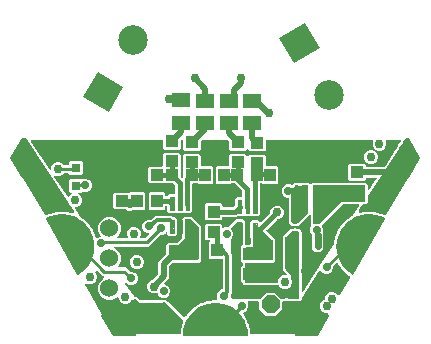
<source format=gbr>
G04 EAGLE Gerber RS-274X export*
G75*
%MOMM*%
%FSLAX34Y34*%
%LPD*%
%INTop Copper*%
%IPPOS*%
%AMOC8*
5,1,8,0,0,1.08239X$1,22.5*%
G01*
%ADD10R,1.100000X1.000000*%
%ADD11R,0.800000X0.800000*%
%ADD12C,1.000000*%
%ADD13C,1.524000*%
%ADD14P,1.649562X8X22.500000*%
%ADD15R,2.500000X2.500000*%
%ADD16C,2.500000*%
%ADD17R,1.000000X1.100000*%
%ADD18R,1.500000X1.300000*%
%ADD19C,0.100000*%
%ADD20R,0.572000X1.554000*%
%ADD21C,0.572000*%
%ADD22C,0.756400*%
%ADD23C,0.254000*%
%ADD24C,0.706400*%
%ADD25C,0.508000*%
%ADD26C,0.406400*%
%ADD27C,0.304800*%
%ADD28C,0.292100*%

G36*
X-23692Y14609D02*
X-23692Y14609D01*
X-23635Y14605D01*
X-23571Y14622D01*
X-23527Y14626D01*
X-23497Y14641D01*
X-23453Y14653D01*
X-21730Y15391D01*
X-21678Y15426D01*
X-21621Y15451D01*
X-21577Y15492D01*
X-21542Y15515D01*
X-21520Y15544D01*
X-21484Y15579D01*
X-21276Y15839D01*
X-21258Y15873D01*
X-21223Y15917D01*
X-20814Y16625D01*
X-20806Y16627D01*
X-20708Y16673D01*
X-20611Y16717D01*
X-20607Y16721D01*
X-20603Y16723D01*
X-20581Y16745D01*
X-20474Y16844D01*
X-19265Y18361D01*
X-19215Y18454D01*
X-19162Y18548D01*
X-19161Y18554D01*
X-19158Y18558D01*
X-19154Y18589D01*
X-19127Y18732D01*
X-19127Y18741D01*
X-18527Y19297D01*
X-18503Y19329D01*
X-18463Y19367D01*
X-17953Y20006D01*
X-17945Y20007D01*
X-17841Y20038D01*
X-17739Y20067D01*
X-17734Y20070D01*
X-17730Y20071D01*
X-17704Y20090D01*
X-17584Y20172D01*
X-16162Y21491D01*
X-16098Y21577D01*
X-16032Y21661D01*
X-16030Y21667D01*
X-16028Y21671D01*
X-16018Y21701D01*
X-15971Y21838D01*
X-15969Y21847D01*
X-15293Y22307D01*
X-15265Y22335D01*
X-15219Y22367D01*
X-14620Y22923D01*
X-14611Y22923D01*
X-14506Y22937D01*
X-14399Y22951D01*
X-14394Y22953D01*
X-14389Y22954D01*
X-14361Y22969D01*
X-14230Y23032D01*
X-12628Y24125D01*
X-12552Y24199D01*
X-12474Y24274D01*
X-12471Y24279D01*
X-12468Y24282D01*
X-12454Y24310D01*
X-12386Y24439D01*
X-12384Y24447D01*
X-11647Y24802D01*
X-11615Y24825D01*
X-11565Y24850D01*
X-10889Y25310D01*
X-10881Y25309D01*
X-10773Y25308D01*
X-10667Y25305D01*
X-10661Y25307D01*
X-10656Y25307D01*
X-10626Y25318D01*
X-10487Y25361D01*
X-8740Y26202D01*
X-8654Y26265D01*
X-8566Y26326D01*
X-8562Y26331D01*
X-8558Y26334D01*
X-8541Y26360D01*
X-8455Y26477D01*
X-8451Y26485D01*
X-7669Y26726D01*
X-7634Y26744D01*
X-7581Y26760D01*
X-6844Y27115D01*
X-6836Y27112D01*
X-6731Y27095D01*
X-6625Y27077D01*
X-6619Y27078D01*
X-6614Y27077D01*
X-6584Y27083D01*
X-6440Y27105D01*
X-4586Y27677D01*
X-4492Y27725D01*
X-4395Y27773D01*
X-4391Y27777D01*
X-4387Y27780D01*
X-4366Y27803D01*
X-4263Y27906D01*
X-4258Y27913D01*
X-3449Y28035D01*
X-3412Y28048D01*
X-3357Y28056D01*
X-2575Y28297D01*
X-2568Y28293D01*
X-2466Y28261D01*
X-2364Y28226D01*
X-2359Y28226D01*
X-2354Y28225D01*
X-2322Y28226D01*
X-2177Y28227D01*
X-259Y28516D01*
X-159Y28550D01*
X-56Y28583D01*
X-51Y28586D01*
X-47Y28588D01*
X-23Y28607D01*
X95Y28694D01*
X101Y28700D01*
X919Y28700D01*
X958Y28707D01*
X1013Y28707D01*
X1822Y28829D01*
X1829Y28824D01*
X1924Y28777D01*
X2020Y28728D01*
X2026Y28727D01*
X2030Y28725D01*
X2061Y28722D01*
X2205Y28700D01*
X3104Y28700D01*
X3146Y28708D01*
X3188Y28706D01*
X3255Y28727D01*
X3325Y28740D01*
X3361Y28761D01*
X3402Y28774D01*
X3474Y28828D01*
X3518Y28854D01*
X3531Y28870D01*
X3552Y28886D01*
X4749Y30083D01*
X4780Y30128D01*
X4819Y30166D01*
X4844Y30219D01*
X4878Y30267D01*
X4891Y30320D01*
X4914Y30369D01*
X4919Y30428D01*
X4934Y30485D01*
X4928Y30539D01*
X4932Y30593D01*
X4915Y30662D01*
X4910Y30708D01*
X4897Y30735D01*
X4887Y30774D01*
X4640Y31370D01*
X4640Y33591D01*
X5490Y35643D01*
X7061Y37213D01*
X9113Y38063D01*
X9189Y38063D01*
X9254Y38075D01*
X9320Y38077D01*
X9363Y38095D01*
X9410Y38103D01*
X9467Y38136D01*
X9527Y38161D01*
X9562Y38193D01*
X9603Y38217D01*
X9645Y38268D01*
X9693Y38313D01*
X9715Y38355D01*
X9744Y38391D01*
X9765Y38453D01*
X9796Y38512D01*
X9804Y38567D01*
X9816Y38604D01*
X9816Y38609D01*
X9815Y38644D01*
X9823Y38697D01*
X9823Y63021D01*
X9812Y63086D01*
X9810Y63152D01*
X9792Y63196D01*
X9784Y63242D01*
X9750Y63299D01*
X9725Y63360D01*
X9694Y63395D01*
X9669Y63435D01*
X9618Y63477D01*
X9574Y63525D01*
X9532Y63547D01*
X9495Y63577D01*
X9433Y63598D01*
X9374Y63628D01*
X9320Y63636D01*
X9283Y63649D01*
X9243Y63647D01*
X9189Y63656D01*
X-1087Y63656D01*
X-2288Y64857D01*
X-2288Y77556D01*
X-1227Y78617D01*
X-1177Y78690D01*
X-1120Y78759D01*
X-1113Y78781D01*
X-1099Y78801D01*
X-1077Y78887D01*
X-1049Y78971D01*
X-1049Y78995D01*
X-1043Y79018D01*
X-1053Y79107D01*
X-1055Y79196D01*
X-1064Y79218D01*
X-1067Y79241D01*
X-1106Y79321D01*
X-1139Y79403D01*
X-1155Y79421D01*
X-1166Y79442D01*
X-1231Y79503D01*
X-1291Y79569D01*
X-1312Y79580D01*
X-1329Y79596D01*
X-1411Y79631D01*
X-1490Y79672D01*
X-1517Y79675D01*
X-1536Y79684D01*
X-1586Y79686D01*
X-1676Y79699D01*
X-4762Y79699D01*
X-5963Y80901D01*
X-5963Y92599D01*
X-4762Y93801D01*
X7937Y93801D01*
X9138Y92599D01*
X9138Y90448D01*
X9152Y90372D01*
X9157Y90294D01*
X9172Y90262D01*
X9178Y90227D01*
X9217Y90160D01*
X9249Y90090D01*
X9274Y90064D01*
X9292Y90034D01*
X9352Y89985D01*
X9406Y89930D01*
X9439Y89915D01*
X9466Y89892D01*
X9540Y89868D01*
X9610Y89835D01*
X9645Y89832D01*
X9679Y89821D01*
X9756Y89823D01*
X9833Y89817D01*
X9872Y89826D01*
X9903Y89827D01*
X9946Y89845D01*
X10015Y89862D01*
X11590Y90514D01*
X13762Y90514D01*
X13826Y90526D01*
X13892Y90528D01*
X13936Y90545D01*
X13982Y90554D01*
X14039Y90587D01*
X14100Y90612D01*
X14135Y90644D01*
X14176Y90668D01*
X14217Y90719D01*
X14266Y90763D01*
X14287Y90805D01*
X14317Y90842D01*
X14338Y90904D01*
X14340Y90908D01*
X20955Y97523D01*
X26670Y97523D01*
X28467Y95727D01*
X28467Y76472D01*
X28478Y76407D01*
X28480Y76341D01*
X28498Y76298D01*
X28506Y76251D01*
X28540Y76194D01*
X28565Y76134D01*
X28596Y76099D01*
X28621Y76058D01*
X28672Y76016D01*
X28716Y75968D01*
X28758Y75946D01*
X28795Y75917D01*
X28857Y75896D01*
X28916Y75865D01*
X28970Y75857D01*
X29007Y75845D01*
X29047Y75846D01*
X29101Y75838D01*
X32272Y75838D01*
X32337Y75849D01*
X32402Y75851D01*
X32446Y75869D01*
X32493Y75877D01*
X32549Y75911D01*
X32610Y75936D01*
X32645Y75967D01*
X32686Y75992D01*
X32727Y76043D01*
X32776Y76087D01*
X32797Y76129D01*
X32827Y76166D01*
X32848Y76228D01*
X32878Y76287D01*
X32886Y76341D01*
X32899Y76378D01*
X32898Y76418D01*
X32906Y76472D01*
X32906Y81762D01*
X32898Y81803D01*
X32900Y81846D01*
X32879Y81913D01*
X32866Y81982D01*
X32845Y82019D01*
X32832Y82059D01*
X32778Y82132D01*
X32752Y82176D01*
X32736Y82189D01*
X32720Y82210D01*
X32612Y82318D01*
X32612Y95332D01*
X34106Y96826D01*
X39219Y96826D01*
X40874Y95170D01*
X40929Y95133D01*
X40976Y95088D01*
X41020Y95069D01*
X41059Y95042D01*
X41122Y95026D01*
X41183Y95000D01*
X41230Y94998D01*
X41276Y94986D01*
X41341Y94993D01*
X41407Y94990D01*
X41452Y95005D01*
X41499Y95009D01*
X41558Y95039D01*
X41621Y95059D01*
X41665Y95091D01*
X41700Y95109D01*
X41727Y95138D01*
X41771Y95170D01*
X49544Y102943D01*
X49568Y102978D01*
X49600Y103006D01*
X49628Y103062D01*
X49651Y103090D01*
X49655Y103103D01*
X49672Y103127D01*
X49683Y103168D01*
X49702Y103206D01*
X49712Y103269D01*
X49723Y103303D01*
X49722Y103322D01*
X49728Y103344D01*
X49726Y103365D01*
X49730Y103391D01*
X49730Y104348D01*
X50618Y106492D01*
X52258Y108132D01*
X54402Y109020D01*
X56723Y109020D01*
X58867Y108132D01*
X60507Y106492D01*
X61395Y104348D01*
X61395Y102027D01*
X60507Y99883D01*
X58867Y98243D01*
X56723Y97355D01*
X55766Y97355D01*
X55725Y97347D01*
X55682Y97349D01*
X55615Y97328D01*
X55546Y97315D01*
X55509Y97294D01*
X55469Y97281D01*
X55396Y97227D01*
X55352Y97201D01*
X55339Y97185D01*
X55318Y97169D01*
X46599Y88450D01*
X46562Y88396D01*
X46517Y88349D01*
X46498Y88305D01*
X46471Y88266D01*
X46455Y88203D01*
X46429Y88142D01*
X46427Y88095D01*
X46415Y88049D01*
X46422Y87984D01*
X46419Y87918D01*
X46434Y87873D01*
X46439Y87826D01*
X46468Y87767D01*
X46488Y87704D01*
X46521Y87660D01*
X46538Y87625D01*
X46567Y87598D01*
X46599Y87553D01*
X53613Y80540D01*
X53613Y78619D01*
X53620Y78577D01*
X53618Y78535D01*
X53640Y78468D01*
X53652Y78398D01*
X53674Y78362D01*
X53687Y78321D01*
X53741Y78248D01*
X53767Y78205D01*
X53783Y78192D01*
X53799Y78170D01*
X54001Y77968D01*
X54001Y63269D01*
X53799Y63067D01*
X53774Y63032D01*
X53743Y63004D01*
X53711Y62941D01*
X53670Y62883D01*
X53660Y62842D01*
X53640Y62804D01*
X53627Y62714D01*
X53614Y62666D01*
X53617Y62645D01*
X53613Y62619D01*
X53613Y62335D01*
X51965Y60687D01*
X38069Y60687D01*
X38027Y60680D01*
X37985Y60682D01*
X37918Y60660D01*
X37848Y60648D01*
X37812Y60626D01*
X37771Y60613D01*
X37698Y60559D01*
X37655Y60533D01*
X37642Y60517D01*
X37620Y60501D01*
X37599Y60481D01*
X29101Y60481D01*
X29036Y60469D01*
X28970Y60467D01*
X28927Y60449D01*
X28880Y60441D01*
X28823Y60407D01*
X28763Y60383D01*
X28728Y60351D01*
X28687Y60327D01*
X28645Y60276D01*
X28597Y60231D01*
X28575Y60189D01*
X28546Y60153D01*
X28525Y60090D01*
X28494Y60032D01*
X28486Y59977D01*
X28474Y59940D01*
X28475Y59901D01*
X28467Y59846D01*
X28467Y44182D01*
X28478Y44117D01*
X28480Y44052D01*
X28498Y44008D01*
X28506Y43961D01*
X28540Y43905D01*
X28565Y43844D01*
X28596Y43809D01*
X28621Y43768D01*
X28672Y43727D01*
X28716Y43678D01*
X28758Y43657D01*
X28795Y43627D01*
X28857Y43606D01*
X28916Y43576D01*
X28970Y43568D01*
X29007Y43555D01*
X29047Y43556D01*
X29101Y43548D01*
X55446Y43548D01*
X55510Y43560D01*
X55576Y43562D01*
X55620Y43579D01*
X55666Y43588D01*
X55723Y43621D01*
X55784Y43646D01*
X55819Y43678D01*
X55860Y43702D01*
X55901Y43753D01*
X55950Y43797D01*
X55971Y43839D01*
X56001Y43876D01*
X56022Y43938D01*
X56052Y43997D01*
X56060Y44051D01*
X56073Y44089D01*
X56072Y44128D01*
X56080Y44182D01*
X56080Y45610D01*
X56968Y47754D01*
X58608Y49395D01*
X60752Y50283D01*
X62912Y50283D01*
X62999Y50298D01*
X63088Y50308D01*
X63109Y50318D01*
X63132Y50322D01*
X63209Y50368D01*
X63289Y50407D01*
X63305Y50424D01*
X63326Y50437D01*
X63382Y50506D01*
X63443Y50570D01*
X63452Y50592D01*
X63467Y50611D01*
X63495Y50695D01*
X63530Y50777D01*
X63531Y50801D01*
X63539Y50823D01*
X63536Y50912D01*
X63540Y51001D01*
X63533Y51024D01*
X63532Y51048D01*
X63499Y51130D01*
X63472Y51215D01*
X63456Y51236D01*
X63448Y51255D01*
X63414Y51293D01*
X63360Y51365D01*
X62415Y52310D01*
X60433Y54292D01*
X60433Y83027D01*
X66202Y88796D01*
X66222Y88799D01*
X66264Y88797D01*
X66331Y88819D01*
X66401Y88831D01*
X66438Y88853D01*
X66478Y88866D01*
X66551Y88920D01*
X66594Y88946D01*
X66605Y88959D01*
X66611Y88962D01*
X66615Y88968D01*
X66629Y88978D01*
X66959Y89308D01*
X68412Y89308D01*
X68443Y89314D01*
X68473Y89311D01*
X68588Y89340D01*
X68633Y89348D01*
X68642Y89353D01*
X68655Y89357D01*
X69533Y89720D01*
X71754Y89720D01*
X72632Y89357D01*
X72662Y89350D01*
X72690Y89336D01*
X72807Y89318D01*
X72852Y89309D01*
X72862Y89310D01*
X72875Y89308D01*
X74378Y89308D01*
X75579Y88107D01*
X75579Y87770D01*
X75587Y87728D01*
X75585Y87686D01*
X75607Y87619D01*
X75619Y87549D01*
X75641Y87513D01*
X75654Y87472D01*
X75708Y87400D01*
X75733Y87356D01*
X75750Y87343D01*
X75765Y87322D01*
X76092Y86995D01*
X76092Y85699D01*
X76097Y85669D01*
X76095Y85639D01*
X76123Y85524D01*
X76131Y85479D01*
X76137Y85469D01*
X76140Y85457D01*
X76226Y85248D01*
X76226Y83027D01*
X76140Y82818D01*
X76133Y82788D01*
X76119Y82761D01*
X76102Y82644D01*
X76092Y82599D01*
X76094Y82588D01*
X76092Y82576D01*
X76092Y36259D01*
X76099Y36217D01*
X76097Y36175D01*
X76119Y36108D01*
X76131Y36038D01*
X76153Y36002D01*
X76166Y35961D01*
X76210Y35906D01*
X76246Y35845D01*
X76279Y35818D01*
X76305Y35785D01*
X76365Y35748D01*
X76420Y35704D01*
X76460Y35690D01*
X76497Y35668D01*
X76566Y35654D01*
X76632Y35632D01*
X76675Y35633D01*
X76717Y35625D01*
X76786Y35636D01*
X76857Y35639D01*
X76896Y35655D01*
X76938Y35661D01*
X76999Y35696D01*
X77064Y35723D01*
X77096Y35752D01*
X77133Y35773D01*
X77193Y35840D01*
X77230Y35874D01*
X77240Y35893D01*
X77257Y35913D01*
X91852Y58317D01*
X91870Y58360D01*
X91906Y58420D01*
X92598Y60089D01*
X93723Y61214D01*
X93751Y61255D01*
X93806Y61317D01*
X103581Y76321D01*
X103606Y76382D01*
X103640Y76437D01*
X103652Y76491D01*
X103668Y76528D01*
X103670Y76567D01*
X103682Y76620D01*
X103739Y77388D01*
X103728Y77494D01*
X103718Y77601D01*
X103716Y77606D01*
X103716Y77611D01*
X103702Y77639D01*
X103643Y77772D01*
X103639Y77779D01*
X103820Y78577D01*
X103822Y78617D01*
X103835Y78671D01*
X103895Y79486D01*
X103902Y79492D01*
X103969Y79575D01*
X104038Y79657D01*
X104040Y79662D01*
X104043Y79666D01*
X104053Y79696D01*
X104106Y79831D01*
X104538Y81724D01*
X104538Y81736D01*
X104539Y81738D01*
X104539Y81746D01*
X104543Y81832D01*
X104549Y81938D01*
X104548Y81944D01*
X104548Y81949D01*
X104539Y81979D01*
X104501Y82119D01*
X104497Y82127D01*
X104796Y82888D01*
X104804Y82927D01*
X104824Y82979D01*
X105005Y83776D01*
X105013Y83781D01*
X105092Y83853D01*
X105172Y83924D01*
X105175Y83929D01*
X105178Y83932D01*
X105193Y83960D01*
X105266Y84086D01*
X105974Y85894D01*
X105995Y85999D01*
X106018Y86104D01*
X106017Y86109D01*
X106018Y86114D01*
X106013Y86145D01*
X105996Y86290D01*
X105994Y86298D01*
X106403Y87006D01*
X106416Y87044D01*
X106444Y87092D01*
X106743Y87853D01*
X106750Y87857D01*
X106839Y87916D01*
X106929Y87974D01*
X106933Y87979D01*
X106937Y87981D01*
X106955Y88007D01*
X107046Y88121D01*
X108016Y89803D01*
X108052Y89903D01*
X108090Y90004D01*
X108091Y90009D01*
X108092Y90014D01*
X108092Y90045D01*
X108097Y90191D01*
X108096Y90199D01*
X108606Y90839D01*
X108625Y90874D01*
X108659Y90917D01*
X109068Y91626D01*
X109076Y91628D01*
X109172Y91673D01*
X109271Y91718D01*
X109275Y91721D01*
X109279Y91723D01*
X109301Y91746D01*
X109408Y91845D01*
X110618Y93364D01*
X110669Y93458D01*
X110721Y93551D01*
X110722Y93557D01*
X110724Y93561D01*
X110729Y93592D01*
X110756Y93735D01*
X110756Y93744D01*
X111355Y94300D01*
X111379Y94332D01*
X111420Y94370D01*
X111929Y95009D01*
X111938Y95010D01*
X112042Y95041D01*
X112144Y95070D01*
X112148Y95073D01*
X112153Y95075D01*
X112178Y95094D01*
X112298Y95176D01*
X113721Y96497D01*
X113786Y96583D01*
X113851Y96667D01*
X113853Y96672D01*
X113856Y96676D01*
X113865Y96707D01*
X113913Y96844D01*
X113914Y96852D01*
X114590Y97313D01*
X114618Y97341D01*
X114664Y97372D01*
X115263Y97929D01*
X115272Y97929D01*
X115378Y97944D01*
X115484Y97957D01*
X115489Y97959D01*
X115494Y97960D01*
X115522Y97975D01*
X115653Y98038D01*
X117257Y99133D01*
X117333Y99208D01*
X117411Y99282D01*
X117413Y99287D01*
X117417Y99290D01*
X117430Y99319D01*
X117498Y99447D01*
X117501Y99455D01*
X118238Y99811D01*
X118270Y99834D01*
X118320Y99858D01*
X119092Y100385D01*
X119102Y100387D01*
X119153Y100415D01*
X119207Y100435D01*
X119249Y100471D01*
X119297Y100498D01*
X119343Y100550D01*
X119379Y100580D01*
X119394Y100607D01*
X119421Y100638D01*
X124816Y108919D01*
X124825Y108941D01*
X124840Y108959D01*
X124868Y109044D01*
X124903Y109126D01*
X124904Y109150D01*
X124912Y109172D01*
X124909Y109261D01*
X124913Y109350D01*
X124906Y109373D01*
X124905Y109396D01*
X124872Y109479D01*
X124844Y109564D01*
X124830Y109582D01*
X124821Y109604D01*
X124761Y109670D01*
X124705Y109740D01*
X124685Y109752D01*
X124669Y109770D01*
X124590Y109810D01*
X124514Y109857D01*
X124491Y109861D01*
X124470Y109872D01*
X124322Y109894D01*
X124294Y109900D01*
X124289Y109899D01*
X124284Y109900D01*
X110965Y109900D01*
X110923Y109892D01*
X110881Y109894D01*
X110814Y109873D01*
X110744Y109860D01*
X110708Y109839D01*
X110667Y109826D01*
X110595Y109772D01*
X110551Y109746D01*
X110538Y109730D01*
X110517Y109714D01*
X93486Y92683D01*
X93315Y92512D01*
X93278Y92458D01*
X93233Y92411D01*
X93214Y92367D01*
X93187Y92328D01*
X93171Y92265D01*
X93145Y92204D01*
X93143Y92157D01*
X93131Y92111D01*
X93138Y92045D01*
X93135Y91980D01*
X93150Y91935D01*
X93154Y91888D01*
X93184Y91829D01*
X93204Y91766D01*
X93236Y91722D01*
X93254Y91687D01*
X93283Y91660D01*
X93315Y91615D01*
X93633Y91298D01*
X94483Y89246D01*
X94483Y87000D01*
X94467Y86963D01*
X94464Y86904D01*
X94452Y86846D01*
X94459Y86793D01*
X94457Y86738D01*
X94475Y86682D01*
X94483Y86624D01*
X94509Y86576D01*
X94525Y86525D01*
X94568Y86468D01*
X94579Y86446D01*
X94579Y72543D01*
X91703Y69667D01*
X87635Y69667D01*
X84758Y72543D01*
X84758Y84120D01*
X84751Y84161D01*
X84752Y84204D01*
X84731Y84271D01*
X84718Y84340D01*
X84697Y84377D01*
X84684Y84417D01*
X84630Y84490D01*
X84604Y84534D01*
X84588Y84547D01*
X84572Y84568D01*
X84167Y84973D01*
X83317Y87025D01*
X83317Y89246D01*
X84203Y91384D01*
X84216Y91403D01*
X84232Y91466D01*
X84258Y91527D01*
X84260Y91574D01*
X84272Y91620D01*
X84265Y91686D01*
X84268Y91751D01*
X84254Y91796D01*
X84249Y91843D01*
X84220Y91902D01*
X84199Y91965D01*
X84167Y92009D01*
X84149Y92044D01*
X84121Y92071D01*
X84088Y92116D01*
X83706Y92497D01*
X83706Y100422D01*
X83690Y100510D01*
X83681Y100598D01*
X83671Y100619D01*
X83666Y100643D01*
X83621Y100719D01*
X83582Y100799D01*
X83564Y100816D01*
X83552Y100836D01*
X83483Y100892D01*
X83418Y100953D01*
X83396Y100962D01*
X83378Y100977D01*
X83294Y101006D01*
X83212Y101041D01*
X83188Y101042D01*
X83165Y101049D01*
X83077Y101047D01*
X82988Y101051D01*
X82965Y101043D01*
X82941Y101043D01*
X82859Y101009D01*
X82774Y100982D01*
X82753Y100966D01*
X82733Y100958D01*
X82696Y100924D01*
X82623Y100870D01*
X81942Y100189D01*
X73396Y91644D01*
X67891Y91644D01*
X65450Y94085D01*
X65450Y115074D01*
X65438Y115139D01*
X65436Y115204D01*
X65418Y115248D01*
X65410Y115295D01*
X65377Y115351D01*
X65352Y115412D01*
X65320Y115447D01*
X65296Y115488D01*
X65245Y115529D01*
X65200Y115578D01*
X65158Y115599D01*
X65122Y115629D01*
X65060Y115650D01*
X65001Y115680D01*
X64946Y115689D01*
X64909Y115701D01*
X64870Y115700D01*
X64816Y115708D01*
X63824Y115708D01*
X61772Y116558D01*
X60202Y118128D01*
X59352Y120180D01*
X59352Y122401D01*
X60202Y124453D01*
X61772Y126024D01*
X63824Y126874D01*
X66045Y126874D01*
X67687Y126193D01*
X67740Y126182D01*
X67790Y126161D01*
X67849Y126158D01*
X67906Y126146D01*
X67960Y126153D01*
X68014Y126151D01*
X68070Y126169D01*
X68128Y126177D01*
X68176Y126203D01*
X68227Y126219D01*
X68285Y126262D01*
X68326Y126284D01*
X68346Y126307D01*
X68378Y126331D01*
X70272Y128225D01*
X82128Y128225D01*
X83292Y127061D01*
X83346Y127023D01*
X83394Y126978D01*
X83438Y126960D01*
X83476Y126933D01*
X83540Y126916D01*
X83601Y126891D01*
X83648Y126888D01*
X83694Y126877D01*
X83759Y126883D01*
X83825Y126881D01*
X83870Y126895D01*
X83917Y126900D01*
X83976Y126929D01*
X84038Y126949D01*
X84083Y126982D01*
X84118Y126999D01*
X84145Y127028D01*
X84189Y127061D01*
X85354Y128225D01*
X130546Y128225D01*
X132194Y126578D01*
X132194Y122381D01*
X132202Y122339D01*
X132200Y122296D01*
X132221Y122230D01*
X132234Y122160D01*
X132255Y122124D01*
X132268Y122083D01*
X132312Y122028D01*
X132348Y121967D01*
X132381Y121940D01*
X132407Y121907D01*
X132467Y121870D01*
X132522Y121826D01*
X132562Y121812D01*
X132599Y121790D01*
X132668Y121776D01*
X132735Y121754D01*
X132777Y121755D01*
X132819Y121747D01*
X132889Y121758D01*
X132959Y121760D01*
X132998Y121776D01*
X133040Y121783D01*
X133102Y121818D01*
X133167Y121845D01*
X133198Y121873D01*
X133235Y121895D01*
X133295Y121962D01*
X133332Y121996D01*
X133342Y122015D01*
X133360Y122035D01*
X139536Y131516D01*
X139545Y131538D01*
X139560Y131556D01*
X139589Y131641D01*
X139623Y131723D01*
X139624Y131747D01*
X139632Y131769D01*
X139629Y131858D01*
X139633Y131947D01*
X139626Y131970D01*
X139625Y131993D01*
X139592Y132076D01*
X139564Y132161D01*
X139550Y132179D01*
X139541Y132201D01*
X139481Y132267D01*
X139426Y132337D01*
X139406Y132349D01*
X139390Y132367D01*
X139310Y132407D01*
X139234Y132454D01*
X139211Y132458D01*
X139190Y132469D01*
X139043Y132491D01*
X139014Y132497D01*
X139010Y132496D01*
X139005Y132497D01*
X131216Y132497D01*
X131151Y132485D01*
X131086Y132483D01*
X131042Y132465D01*
X130995Y132457D01*
X130939Y132424D01*
X130878Y132399D01*
X130843Y132367D01*
X130802Y132343D01*
X130761Y132292D01*
X130712Y132247D01*
X130691Y132205D01*
X130661Y132169D01*
X130640Y132107D01*
X130610Y132048D01*
X130602Y131993D01*
X130589Y131956D01*
X130590Y131917D01*
X130582Y131863D01*
X130582Y131238D01*
X129381Y130037D01*
X116682Y130037D01*
X115481Y131238D01*
X115481Y142937D01*
X116682Y144138D01*
X129381Y144138D01*
X130582Y142937D01*
X130582Y142312D01*
X130594Y142248D01*
X130596Y142182D01*
X130613Y142138D01*
X130622Y142092D01*
X130655Y142035D01*
X130680Y141974D01*
X130712Y141939D01*
X130736Y141898D01*
X130787Y141857D01*
X130831Y141808D01*
X130873Y141787D01*
X130910Y141757D01*
X130972Y141736D01*
X131031Y141706D01*
X131085Y141698D01*
X131123Y141685D01*
X131162Y141686D01*
X131216Y141678D01*
X145812Y141678D01*
X145918Y141697D01*
X146024Y141715D01*
X146028Y141717D01*
X146033Y141718D01*
X146126Y141773D01*
X146219Y141826D01*
X146223Y141830D01*
X146226Y141832D01*
X146245Y141855D01*
X146344Y141966D01*
X156207Y157108D01*
X156217Y157132D01*
X156237Y157159D01*
X156495Y157651D01*
X156508Y157691D01*
X156535Y157745D01*
X156788Y158503D01*
X156814Y158516D01*
X156897Y158578D01*
X156982Y158637D01*
X156987Y158645D01*
X156994Y158650D01*
X157017Y158685D01*
X157092Y158788D01*
X157562Y159683D01*
X157593Y159782D01*
X157627Y159880D01*
X157627Y159890D01*
X157630Y159897D01*
X157627Y159938D01*
X157628Y160067D01*
X157624Y160096D01*
X158105Y160735D01*
X158124Y160772D01*
X158129Y160780D01*
X158151Y160807D01*
X158153Y160812D01*
X158159Y160821D01*
X158531Y161529D01*
X158558Y161537D01*
X158650Y161585D01*
X158743Y161630D01*
X158750Y161637D01*
X158757Y161641D01*
X158785Y161671D01*
X158876Y161762D01*
X159484Y162570D01*
X159530Y162662D01*
X159579Y162753D01*
X159581Y162763D01*
X159585Y162770D01*
X159589Y162811D01*
X159611Y162938D01*
X159611Y162967D01*
X160188Y163521D01*
X160213Y163555D01*
X160256Y163597D01*
X160422Y163818D01*
X160442Y163859D01*
X160471Y163894D01*
X160492Y163958D01*
X160523Y164019D01*
X160528Y164064D01*
X160542Y164107D01*
X160540Y164174D01*
X160548Y164242D01*
X160537Y164286D01*
X160535Y164331D01*
X160510Y164394D01*
X160493Y164459D01*
X160468Y164497D01*
X160450Y164539D01*
X160405Y164589D01*
X160366Y164645D01*
X160329Y164671D01*
X160299Y164704D01*
X160238Y164735D01*
X160183Y164774D01*
X160139Y164786D01*
X160099Y164806D01*
X160015Y164819D01*
X159966Y164832D01*
X159943Y164829D01*
X159913Y164834D01*
X147819Y164809D01*
X147744Y164795D01*
X147667Y164790D01*
X147634Y164775D01*
X147598Y164769D01*
X147532Y164730D01*
X147462Y164698D01*
X147436Y164673D01*
X147405Y164654D01*
X147357Y164595D01*
X147302Y164541D01*
X147287Y164508D01*
X147264Y164480D01*
X147240Y164407D01*
X147207Y164338D01*
X147204Y164302D01*
X147193Y164267D01*
X147195Y164190D01*
X147189Y164114D01*
X147199Y164074D01*
X147200Y164043D01*
X147217Y164000D01*
X147234Y163932D01*
X147914Y162291D01*
X147914Y159971D01*
X147026Y157827D01*
X145385Y156187D01*
X143241Y155299D01*
X140921Y155299D01*
X138777Y156187D01*
X137137Y157827D01*
X136249Y159971D01*
X136249Y162291D01*
X136918Y163909D01*
X136935Y163985D01*
X136960Y164059D01*
X136959Y164094D01*
X136966Y164128D01*
X136955Y164205D01*
X136953Y164283D01*
X136940Y164316D01*
X136935Y164350D01*
X136898Y164419D01*
X136868Y164491D01*
X136845Y164517D01*
X136828Y164548D01*
X136769Y164599D01*
X136716Y164656D01*
X136685Y164672D01*
X136659Y164695D01*
X136586Y164723D01*
X136517Y164759D01*
X136477Y164764D01*
X136449Y164775D01*
X136403Y164775D01*
X136331Y164786D01*
X46709Y164604D01*
X46645Y164593D01*
X46580Y164591D01*
X46536Y164573D01*
X46488Y164564D01*
X46432Y164531D01*
X46372Y164507D01*
X46337Y164474D01*
X46295Y164450D01*
X46254Y164399D01*
X46206Y164355D01*
X46184Y164313D01*
X46154Y164275D01*
X46134Y164214D01*
X46104Y164156D01*
X46096Y164100D01*
X46083Y164063D01*
X46084Y164024D01*
X46076Y163970D01*
X46076Y156270D01*
X44875Y155068D01*
X32176Y155068D01*
X30975Y156270D01*
X30975Y156306D01*
X30959Y156393D01*
X30950Y156482D01*
X30939Y156503D01*
X30935Y156527D01*
X30890Y156603D01*
X30850Y156683D01*
X30833Y156699D01*
X30821Y156720D01*
X30752Y156776D01*
X30687Y156837D01*
X30665Y156846D01*
X30647Y156861D01*
X30562Y156890D01*
X30480Y156924D01*
X30457Y156925D01*
X30434Y156933D01*
X30345Y156930D01*
X30256Y156934D01*
X30234Y156927D01*
X30210Y156926D01*
X30127Y156893D01*
X30043Y156866D01*
X30021Y156850D01*
X30002Y156842D01*
X29965Y156808D01*
X29892Y156754D01*
X28574Y155437D01*
X15876Y155437D01*
X14674Y156638D01*
X14674Y163283D01*
X14667Y163325D01*
X14669Y163367D01*
X14647Y163435D01*
X14635Y163504D01*
X14613Y163541D01*
X14600Y163581D01*
X14546Y163654D01*
X14520Y163697D01*
X14504Y163710D01*
X14488Y163732D01*
X13869Y164351D01*
X13834Y164376D01*
X13804Y164408D01*
X13742Y164439D01*
X13685Y164479D01*
X13643Y164490D01*
X13605Y164510D01*
X13516Y164523D01*
X13467Y164535D01*
X13446Y164533D01*
X13419Y164537D01*
X-7909Y164494D01*
X-7950Y164486D01*
X-7992Y164488D01*
X-8059Y164467D01*
X-8129Y164454D01*
X-8165Y164432D01*
X-8205Y164420D01*
X-8279Y164365D01*
X-8322Y164339D01*
X-8335Y164323D01*
X-8356Y164308D01*
X-8932Y163732D01*
X-8956Y163697D01*
X-8988Y163668D01*
X-9020Y163605D01*
X-9060Y163548D01*
X-9071Y163506D01*
X-9090Y163469D01*
X-9104Y163379D01*
X-9116Y163330D01*
X-9114Y163309D01*
X-9118Y163283D01*
X-9118Y156638D01*
X-10319Y155437D01*
X-23018Y155437D01*
X-24219Y156638D01*
X-24219Y163825D01*
X-24231Y163891D01*
X-24233Y163957D01*
X-24251Y164000D01*
X-24259Y164046D01*
X-24293Y164103D01*
X-24318Y164165D01*
X-24350Y164199D01*
X-24373Y164239D01*
X-24425Y164281D01*
X-24470Y164330D01*
X-24511Y164351D01*
X-24547Y164381D01*
X-24610Y164402D01*
X-24670Y164432D01*
X-24723Y164440D01*
X-24760Y164453D01*
X-24800Y164451D01*
X-24855Y164460D01*
X-25657Y164458D01*
X-25721Y164446D01*
X-25786Y164444D01*
X-25831Y164426D01*
X-25878Y164418D01*
X-25934Y164385D01*
X-25994Y164360D01*
X-26030Y164328D01*
X-26071Y164303D01*
X-26112Y164253D01*
X-26160Y164209D01*
X-26182Y164166D01*
X-26212Y164129D01*
X-26232Y164067D01*
X-26262Y164009D01*
X-26271Y163954D01*
X-26283Y163916D01*
X-26282Y163877D01*
X-26290Y163824D01*
X-26290Y157510D01*
X-27491Y156308D01*
X-40190Y156308D01*
X-41391Y157510D01*
X-41391Y163791D01*
X-41403Y163856D01*
X-41405Y163922D01*
X-41423Y163966D01*
X-41431Y164011D01*
X-41465Y164069D01*
X-41490Y164130D01*
X-41522Y164164D01*
X-41545Y164205D01*
X-41597Y164246D01*
X-41642Y164295D01*
X-41683Y164317D01*
X-41719Y164346D01*
X-41782Y164367D01*
X-41842Y164397D01*
X-41895Y164405D01*
X-41932Y164418D01*
X-41972Y164417D01*
X-42027Y164425D01*
X-152464Y164201D01*
X-152489Y164197D01*
X-152514Y164199D01*
X-152599Y164177D01*
X-152685Y164161D01*
X-152707Y164148D01*
X-152731Y164142D01*
X-152803Y164091D01*
X-152878Y164047D01*
X-152894Y164027D01*
X-152914Y164012D01*
X-152964Y163940D01*
X-153019Y163872D01*
X-153027Y163848D01*
X-153041Y163827D01*
X-153062Y163742D01*
X-153090Y163659D01*
X-153089Y163634D01*
X-153096Y163609D01*
X-153086Y163522D01*
X-153083Y163435D01*
X-153074Y163412D01*
X-153071Y163386D01*
X-153012Y163260D01*
X-152998Y163227D01*
X-152994Y163223D01*
X-152991Y163217D01*
X-137171Y139349D01*
X-137143Y139320D01*
X-137122Y139285D01*
X-137066Y139240D01*
X-137016Y139187D01*
X-136979Y139169D01*
X-136948Y139144D01*
X-136879Y139121D01*
X-136814Y139089D01*
X-136774Y139085D01*
X-136736Y139072D01*
X-136663Y139074D01*
X-136590Y139067D01*
X-136551Y139078D01*
X-136511Y139079D01*
X-136444Y139106D01*
X-136374Y139125D01*
X-136341Y139148D01*
X-136304Y139163D01*
X-136250Y139212D01*
X-136190Y139254D01*
X-136168Y139287D01*
X-136138Y139314D01*
X-136105Y139379D01*
X-136064Y139439D01*
X-136054Y139478D01*
X-136035Y139514D01*
X-136021Y139608D01*
X-136009Y139657D01*
X-136011Y139676D01*
X-136008Y139699D01*
X-136008Y140860D01*
X-135120Y143004D01*
X-133479Y144645D01*
X-131335Y145533D01*
X-129015Y145533D01*
X-126871Y144645D01*
X-125433Y143207D01*
X-125398Y143182D01*
X-125369Y143151D01*
X-125306Y143119D01*
X-125249Y143078D01*
X-125207Y143068D01*
X-125170Y143048D01*
X-125080Y143035D01*
X-125031Y143022D01*
X-125010Y143025D01*
X-124984Y143021D01*
X-121779Y143021D01*
X-121714Y143032D01*
X-121648Y143034D01*
X-121604Y143052D01*
X-121558Y143060D01*
X-121501Y143094D01*
X-121440Y143119D01*
X-121405Y143150D01*
X-121365Y143175D01*
X-121323Y143226D01*
X-121275Y143270D01*
X-121253Y143312D01*
X-121223Y143349D01*
X-121202Y143411D01*
X-121172Y143470D01*
X-121164Y143524D01*
X-121151Y143561D01*
X-121153Y143601D01*
X-121144Y143655D01*
X-121144Y145699D01*
X-119943Y146901D01*
X-110244Y146901D01*
X-109043Y145699D01*
X-109043Y136001D01*
X-110244Y134799D01*
X-119943Y134799D01*
X-121291Y136147D01*
X-121298Y136159D01*
X-121323Y136179D01*
X-121330Y136186D01*
X-121341Y136194D01*
X-121349Y136201D01*
X-121394Y136249D01*
X-121436Y136271D01*
X-121472Y136300D01*
X-121535Y136321D01*
X-121593Y136352D01*
X-121648Y136360D01*
X-121685Y136372D01*
X-121724Y136371D01*
X-121779Y136379D01*
X-124984Y136379D01*
X-125026Y136372D01*
X-125068Y136374D01*
X-125136Y136352D01*
X-125205Y136340D01*
X-125242Y136318D01*
X-125282Y136305D01*
X-125355Y136251D01*
X-125398Y136225D01*
X-125400Y136224D01*
X-125400Y136223D01*
X-125412Y136208D01*
X-125433Y136193D01*
X-126871Y134755D01*
X-129015Y133867D01*
X-131335Y133867D01*
X-132451Y134330D01*
X-132488Y134338D01*
X-132522Y134354D01*
X-132597Y134361D01*
X-132671Y134377D01*
X-132708Y134372D01*
X-132746Y134376D01*
X-132818Y134357D01*
X-132893Y134346D01*
X-132926Y134328D01*
X-132963Y134318D01*
X-133024Y134275D01*
X-133090Y134239D01*
X-133115Y134211D01*
X-133146Y134189D01*
X-133188Y134127D01*
X-133238Y134070D01*
X-133251Y134035D01*
X-133273Y134004D01*
X-133291Y133931D01*
X-133317Y133861D01*
X-133318Y133823D01*
X-133327Y133786D01*
X-133319Y133711D01*
X-133319Y133636D01*
X-133306Y133601D01*
X-133302Y133563D01*
X-133260Y133472D01*
X-133243Y133425D01*
X-133232Y133412D01*
X-133223Y133393D01*
X-122029Y116505D01*
X-122009Y116485D01*
X-121995Y116460D01*
X-121932Y116404D01*
X-121873Y116343D01*
X-121848Y116331D01*
X-121827Y116312D01*
X-121748Y116282D01*
X-121672Y116245D01*
X-121643Y116242D01*
X-121617Y116232D01*
X-121532Y116232D01*
X-121448Y116224D01*
X-121421Y116231D01*
X-121392Y116231D01*
X-121313Y116260D01*
X-121231Y116281D01*
X-121208Y116298D01*
X-121182Y116307D01*
X-121117Y116362D01*
X-121048Y116411D01*
X-121032Y116434D01*
X-121010Y116452D01*
X-120945Y116561D01*
X-120921Y116596D01*
X-120919Y116604D01*
X-120914Y116613D01*
X-120832Y116810D01*
X-119192Y118451D01*
X-118882Y118579D01*
X-118798Y118633D01*
X-118711Y118685D01*
X-118704Y118694D01*
X-118694Y118700D01*
X-118633Y118781D01*
X-118570Y118859D01*
X-118566Y118870D01*
X-118559Y118880D01*
X-118530Y118976D01*
X-118498Y119071D01*
X-118498Y119083D01*
X-118495Y119095D01*
X-118501Y119195D01*
X-118504Y119296D01*
X-118509Y119307D01*
X-118510Y119318D01*
X-118551Y119411D01*
X-118589Y119503D01*
X-118597Y119512D01*
X-118602Y119523D01*
X-118672Y119595D01*
X-118740Y119669D01*
X-118751Y119674D01*
X-118759Y119683D01*
X-118850Y119726D01*
X-118940Y119772D01*
X-118953Y119774D01*
X-118962Y119778D01*
X-119008Y119782D01*
X-119125Y119799D01*
X-119943Y119799D01*
X-121144Y121001D01*
X-121144Y130699D01*
X-119943Y131901D01*
X-110244Y131901D01*
X-109886Y131542D01*
X-109841Y131511D01*
X-109803Y131473D01*
X-109750Y131448D01*
X-109702Y131414D01*
X-109649Y131401D01*
X-109600Y131378D01*
X-109541Y131373D01*
X-109484Y131358D01*
X-109430Y131364D01*
X-109376Y131359D01*
X-109308Y131377D01*
X-109261Y131381D01*
X-109234Y131395D01*
X-109195Y131405D01*
X-108267Y131789D01*
X-106046Y131789D01*
X-103994Y130939D01*
X-102423Y129369D01*
X-101574Y127317D01*
X-101574Y125096D01*
X-102423Y123044D01*
X-103994Y121473D01*
X-106046Y120624D01*
X-108267Y120624D01*
X-108691Y120799D01*
X-108744Y120811D01*
X-108794Y120832D01*
X-108852Y120834D01*
X-108910Y120847D01*
X-108964Y120839D01*
X-109018Y120842D01*
X-109074Y120824D01*
X-109132Y120816D01*
X-109180Y120790D01*
X-109231Y120773D01*
X-109288Y120731D01*
X-109329Y120709D01*
X-109350Y120686D01*
X-109382Y120662D01*
X-110244Y119799D01*
X-112650Y119799D01*
X-112749Y119781D01*
X-112849Y119767D01*
X-112859Y119762D01*
X-112871Y119760D01*
X-112958Y119708D01*
X-113046Y119660D01*
X-113054Y119652D01*
X-113064Y119645D01*
X-113127Y119567D01*
X-113194Y119492D01*
X-113198Y119480D01*
X-113205Y119471D01*
X-113238Y119376D01*
X-113273Y119282D01*
X-113273Y119270D01*
X-113277Y119259D01*
X-113274Y119158D01*
X-113275Y119058D01*
X-113271Y119046D01*
X-113271Y119034D01*
X-113233Y118941D01*
X-113198Y118847D01*
X-113191Y118838D01*
X-113186Y118827D01*
X-113118Y118752D01*
X-113053Y118676D01*
X-113042Y118669D01*
X-113035Y118661D01*
X-112994Y118640D01*
X-112893Y118579D01*
X-112583Y118451D01*
X-110943Y116810D01*
X-110055Y114666D01*
X-110055Y112346D01*
X-110943Y110202D01*
X-112583Y108562D01*
X-114727Y107674D01*
X-114993Y107674D01*
X-115019Y107669D01*
X-115045Y107671D01*
X-115128Y107649D01*
X-115214Y107634D01*
X-115236Y107621D01*
X-115261Y107614D01*
X-115332Y107564D01*
X-115407Y107520D01*
X-115423Y107500D01*
X-115445Y107484D01*
X-115494Y107413D01*
X-115548Y107346D01*
X-115557Y107321D01*
X-115571Y107299D01*
X-115592Y107215D01*
X-115620Y107133D01*
X-115619Y107107D01*
X-115626Y107082D01*
X-115616Y106995D01*
X-115614Y106909D01*
X-115604Y106885D01*
X-115601Y106859D01*
X-115543Y106735D01*
X-115529Y106701D01*
X-115525Y106696D01*
X-115522Y106689D01*
X-110257Y98746D01*
X-110237Y98725D01*
X-110223Y98700D01*
X-110131Y98615D01*
X-110101Y98584D01*
X-110093Y98580D01*
X-110085Y98572D01*
X-109303Y98038D01*
X-109205Y97995D01*
X-109108Y97949D01*
X-109102Y97949D01*
X-109098Y97947D01*
X-109066Y97945D01*
X-108922Y97929D01*
X-108913Y97929D01*
X-108314Y97372D01*
X-108281Y97351D01*
X-108240Y97313D01*
X-107564Y96852D01*
X-107563Y96844D01*
X-107525Y96744D01*
X-107488Y96643D01*
X-107485Y96639D01*
X-107483Y96634D01*
X-107462Y96611D01*
X-107371Y96497D01*
X-105948Y95176D01*
X-105857Y95118D01*
X-105769Y95059D01*
X-105763Y95057D01*
X-105759Y95055D01*
X-105728Y95048D01*
X-105588Y95010D01*
X-105579Y95009D01*
X-105070Y94370D01*
X-105040Y94344D01*
X-105005Y94300D01*
X-104406Y93744D01*
X-104406Y93735D01*
X-104383Y93631D01*
X-104362Y93526D01*
X-104359Y93521D01*
X-104358Y93516D01*
X-104340Y93489D01*
X-104268Y93364D01*
X-103058Y91845D01*
X-102977Y91775D01*
X-102898Y91703D01*
X-102893Y91700D01*
X-102889Y91697D01*
X-102859Y91686D01*
X-102726Y91628D01*
X-102718Y91626D01*
X-102309Y90917D01*
X-102284Y90887D01*
X-102256Y90839D01*
X-101746Y90199D01*
X-101747Y90191D01*
X-101740Y90082D01*
X-101735Y89977D01*
X-101733Y89972D01*
X-101732Y89967D01*
X-101720Y89938D01*
X-101666Y89803D01*
X-100696Y88121D01*
X-100627Y88039D01*
X-100559Y87956D01*
X-100554Y87953D01*
X-100551Y87950D01*
X-100524Y87934D01*
X-100400Y87857D01*
X-100393Y87853D01*
X-100094Y87092D01*
X-100073Y87058D01*
X-100053Y87006D01*
X-99644Y86298D01*
X-99646Y86290D01*
X-99655Y86184D01*
X-99666Y86077D01*
X-99665Y86071D01*
X-99665Y86066D01*
X-99657Y86036D01*
X-99624Y85894D01*
X-98916Y84086D01*
X-98882Y84032D01*
X-98881Y84030D01*
X-98880Y84029D01*
X-98860Y83995D01*
X-98805Y83903D01*
X-98801Y83899D01*
X-98798Y83895D01*
X-98773Y83876D01*
X-98663Y83781D01*
X-98655Y83776D01*
X-98474Y82979D01*
X-98458Y82942D01*
X-98446Y82888D01*
X-98145Y82120D01*
X-98163Y82045D01*
X-98190Y81941D01*
X-98189Y81935D01*
X-98190Y81929D01*
X-98177Y81823D01*
X-98166Y81718D01*
X-98164Y81712D01*
X-98163Y81707D01*
X-98114Y81612D01*
X-98067Y81517D01*
X-98063Y81513D01*
X-98060Y81507D01*
X-97980Y81435D01*
X-97904Y81363D01*
X-97898Y81360D01*
X-97894Y81356D01*
X-97795Y81317D01*
X-97697Y81275D01*
X-97691Y81275D01*
X-97686Y81273D01*
X-97579Y81270D01*
X-97473Y81265D01*
X-97467Y81267D01*
X-97462Y81267D01*
X-97360Y81301D01*
X-97259Y81334D01*
X-97254Y81338D01*
X-97249Y81339D01*
X-97223Y81360D01*
X-97109Y81445D01*
X-96897Y81657D01*
X-94845Y82507D01*
X-94540Y82507D01*
X-94452Y82523D01*
X-94364Y82532D01*
X-94342Y82543D01*
X-94319Y82547D01*
X-94242Y82592D01*
X-94163Y82632D01*
X-94146Y82649D01*
X-94126Y82661D01*
X-94070Y82730D01*
X-94009Y82795D01*
X-93999Y82817D01*
X-93984Y82835D01*
X-93956Y82919D01*
X-93921Y83002D01*
X-93920Y83025D01*
X-93913Y83048D01*
X-93915Y83137D01*
X-93911Y83226D01*
X-93919Y83248D01*
X-93919Y83272D01*
X-93953Y83354D01*
X-93980Y83439D01*
X-93996Y83461D01*
X-94003Y83480D01*
X-94038Y83517D01*
X-94091Y83590D01*
X-94717Y84216D01*
X-96189Y87770D01*
X-96189Y91617D01*
X-94717Y95172D01*
X-91997Y97892D01*
X-88442Y99364D01*
X-84595Y99364D01*
X-81041Y97892D01*
X-78320Y95172D01*
X-76848Y91617D01*
X-76848Y87770D01*
X-78320Y84216D01*
X-80155Y82381D01*
X-80205Y82308D01*
X-80262Y82239D01*
X-80269Y82217D01*
X-80283Y82197D01*
X-80305Y82111D01*
X-80333Y82027D01*
X-80333Y82003D01*
X-80339Y81980D01*
X-80329Y81891D01*
X-80327Y81802D01*
X-80318Y81780D01*
X-80315Y81757D01*
X-80276Y81677D01*
X-80242Y81595D01*
X-80226Y81577D01*
X-80216Y81556D01*
X-80151Y81495D01*
X-80091Y81429D01*
X-80070Y81418D01*
X-80053Y81402D01*
X-79971Y81367D01*
X-79891Y81326D01*
X-79865Y81323D01*
X-79846Y81314D01*
X-79796Y81312D01*
X-79706Y81299D01*
X-71578Y81299D01*
X-71501Y81312D01*
X-71424Y81318D01*
X-71392Y81332D01*
X-71357Y81338D01*
X-71290Y81378D01*
X-71219Y81410D01*
X-71194Y81434D01*
X-71163Y81453D01*
X-71115Y81513D01*
X-71060Y81567D01*
X-71044Y81599D01*
X-71022Y81627D01*
X-70997Y81700D01*
X-70965Y81770D01*
X-70962Y81806D01*
X-70950Y81839D01*
X-70953Y81917D01*
X-70946Y81994D01*
X-70956Y82033D01*
X-70957Y82064D01*
X-70974Y82107D01*
X-70992Y82176D01*
X-71714Y83920D01*
X-71714Y86240D01*
X-70826Y88384D01*
X-69185Y90025D01*
X-67041Y90913D01*
X-64721Y90913D01*
X-62577Y90025D01*
X-60937Y88384D01*
X-60049Y86240D01*
X-60049Y83920D01*
X-60771Y82176D01*
X-60787Y82100D01*
X-60812Y82027D01*
X-60811Y81991D01*
X-60819Y81957D01*
X-60808Y81880D01*
X-60806Y81802D01*
X-60792Y81770D01*
X-60787Y81734D01*
X-60750Y81666D01*
X-60721Y81595D01*
X-60697Y81568D01*
X-60680Y81537D01*
X-60622Y81486D01*
X-60570Y81429D01*
X-60538Y81413D01*
X-60512Y81389D01*
X-60439Y81362D01*
X-60370Y81326D01*
X-60330Y81320D01*
X-60302Y81310D01*
X-60255Y81309D01*
X-60185Y81299D01*
X-56486Y81299D01*
X-56444Y81306D01*
X-56402Y81304D01*
X-56335Y81326D01*
X-56265Y81338D01*
X-56229Y81360D01*
X-56188Y81373D01*
X-56115Y81427D01*
X-56072Y81453D01*
X-56059Y81469D01*
X-56037Y81484D01*
X-52906Y84616D01*
X-52855Y84689D01*
X-52799Y84758D01*
X-52792Y84780D01*
X-52778Y84800D01*
X-52756Y84886D01*
X-52727Y84971D01*
X-52728Y84994D01*
X-52722Y85017D01*
X-52731Y85106D01*
X-52734Y85195D01*
X-52743Y85217D01*
X-52745Y85240D01*
X-52785Y85320D01*
X-52818Y85403D01*
X-52834Y85420D01*
X-52845Y85442D01*
X-52910Y85503D01*
X-52970Y85568D01*
X-52991Y85579D01*
X-53008Y85595D01*
X-53090Y85630D01*
X-53169Y85671D01*
X-53195Y85675D01*
X-53215Y85683D01*
X-53265Y85685D01*
X-53355Y85699D01*
X-54292Y85699D01*
X-56344Y86548D01*
X-57914Y88119D01*
X-58764Y90171D01*
X-58764Y92392D01*
X-57914Y94444D01*
X-56344Y96014D01*
X-54292Y96864D01*
X-52046Y96864D01*
X-52020Y96853D01*
X-51961Y96850D01*
X-51904Y96838D01*
X-51850Y96845D01*
X-51796Y96843D01*
X-51740Y96861D01*
X-51682Y96869D01*
X-51634Y96895D01*
X-51582Y96912D01*
X-51525Y96954D01*
X-51484Y96976D01*
X-51464Y96999D01*
X-51432Y97023D01*
X-48080Y100374D01*
X-33632Y100374D01*
X-32650Y99393D01*
X-32615Y99369D01*
X-32586Y99337D01*
X-32523Y99305D01*
X-32466Y99265D01*
X-32425Y99254D01*
X-32387Y99235D01*
X-32297Y99221D01*
X-32248Y99209D01*
X-32228Y99211D01*
X-32201Y99207D01*
X-30931Y99207D01*
X-29437Y97713D01*
X-29437Y84700D01*
X-30931Y83206D01*
X-36044Y83206D01*
X-37538Y84700D01*
X-37538Y85592D01*
X-37554Y85679D01*
X-37563Y85768D01*
X-37574Y85789D01*
X-37578Y85812D01*
X-37623Y85889D01*
X-37663Y85969D01*
X-37680Y85985D01*
X-37692Y86006D01*
X-37761Y86062D01*
X-37826Y86123D01*
X-37848Y86132D01*
X-37866Y86147D01*
X-37950Y86176D01*
X-38033Y86210D01*
X-38056Y86211D01*
X-38079Y86219D01*
X-38168Y86216D01*
X-38257Y86220D01*
X-38279Y86213D01*
X-38303Y86212D01*
X-38385Y86179D01*
X-38470Y86152D01*
X-38492Y86136D01*
X-38511Y86128D01*
X-38548Y86094D01*
X-38621Y86040D01*
X-39700Y84961D01*
X-41752Y84111D01*
X-43217Y84111D01*
X-43259Y84104D01*
X-43301Y84105D01*
X-43368Y84084D01*
X-43438Y84071D01*
X-43474Y84050D01*
X-43515Y84037D01*
X-43587Y83983D01*
X-43631Y83957D01*
X-43644Y83941D01*
X-43665Y83925D01*
X-53314Y74276D01*
X-82159Y74276D01*
X-82258Y74258D01*
X-82358Y74244D01*
X-82368Y74239D01*
X-82380Y74237D01*
X-82467Y74186D01*
X-82555Y74138D01*
X-82563Y74129D01*
X-82573Y74122D01*
X-82637Y74045D01*
X-82703Y73969D01*
X-82707Y73957D01*
X-82715Y73948D01*
X-82747Y73853D01*
X-82783Y73759D01*
X-82783Y73747D01*
X-82787Y73736D01*
X-82784Y73636D01*
X-82784Y73535D01*
X-82780Y73523D01*
X-82780Y73511D01*
X-82742Y73419D01*
X-82708Y73324D01*
X-82700Y73315D01*
X-82696Y73304D01*
X-82628Y73229D01*
X-82563Y73153D01*
X-82552Y73146D01*
X-82544Y73138D01*
X-82503Y73117D01*
X-82402Y73056D01*
X-81041Y72492D01*
X-78320Y69772D01*
X-76848Y66217D01*
X-76848Y62370D01*
X-78320Y58816D01*
X-79379Y57757D01*
X-79430Y57684D01*
X-79486Y57615D01*
X-79493Y57593D01*
X-79507Y57573D01*
X-79529Y57487D01*
X-79558Y57402D01*
X-79557Y57379D01*
X-79563Y57356D01*
X-79554Y57267D01*
X-79551Y57178D01*
X-79542Y57156D01*
X-79540Y57133D01*
X-79500Y57053D01*
X-79467Y56970D01*
X-79451Y56953D01*
X-79440Y56931D01*
X-79375Y56870D01*
X-79315Y56805D01*
X-79294Y56794D01*
X-79277Y56778D01*
X-79195Y56743D01*
X-79116Y56702D01*
X-79090Y56698D01*
X-79070Y56690D01*
X-79020Y56688D01*
X-78930Y56674D01*
X-72497Y56674D01*
X-69065Y53243D01*
X-69031Y53219D01*
X-69002Y53187D01*
X-68939Y53155D01*
X-68881Y53115D01*
X-68840Y53104D01*
X-68802Y53085D01*
X-68713Y53071D01*
X-68664Y53059D01*
X-68643Y53061D01*
X-68617Y53057D01*
X-67152Y53057D01*
X-65100Y52207D01*
X-63530Y50637D01*
X-62680Y48585D01*
X-62680Y46364D01*
X-63530Y44312D01*
X-65100Y42741D01*
X-67152Y41892D01*
X-69373Y41892D01*
X-71425Y42741D01*
X-72024Y43341D01*
X-72065Y43369D01*
X-72099Y43405D01*
X-72156Y43433D01*
X-72208Y43469D01*
X-72256Y43481D01*
X-72301Y43503D01*
X-72364Y43509D01*
X-72426Y43525D01*
X-72475Y43520D01*
X-72524Y43524D01*
X-72586Y43508D01*
X-72649Y43502D01*
X-72693Y43480D01*
X-72741Y43467D01*
X-72793Y43430D01*
X-72850Y43402D01*
X-72884Y43366D01*
X-72924Y43337D01*
X-72960Y43285D01*
X-73004Y43239D01*
X-73023Y43193D01*
X-73051Y43152D01*
X-73066Y43091D01*
X-73091Y43032D01*
X-73093Y42983D01*
X-73105Y42935D01*
X-73098Y42871D01*
X-73101Y42808D01*
X-73086Y42761D01*
X-73081Y42712D01*
X-73047Y42641D01*
X-73033Y42594D01*
X-73014Y42570D01*
X-73001Y42542D01*
X-66133Y32180D01*
X-66060Y32103D01*
X-65989Y32026D01*
X-65982Y32023D01*
X-65977Y32017D01*
X-65883Y31972D01*
X-65789Y31923D01*
X-65782Y31922D01*
X-65776Y31919D01*
X-65738Y31916D01*
X-65604Y31896D01*
X-63712Y31896D01*
X-60723Y28907D01*
X-60688Y28882D01*
X-60659Y28851D01*
X-60596Y28819D01*
X-60539Y28778D01*
X-60497Y28768D01*
X-60460Y28748D01*
X-60370Y28735D01*
X-60321Y28722D01*
X-60301Y28725D01*
X-60274Y28721D01*
X-43286Y28721D01*
X-43255Y28726D01*
X-43214Y28725D01*
X-41578Y28912D01*
X-41572Y28914D01*
X-41566Y28913D01*
X-41465Y28946D01*
X-41364Y28976D01*
X-41359Y28980D01*
X-41353Y28982D01*
X-41207Y29090D01*
X-40055Y29090D01*
X-40025Y29096D01*
X-39983Y29094D01*
X-38839Y29225D01*
X-38835Y29220D01*
X-38740Y29171D01*
X-38647Y29121D01*
X-38641Y29121D01*
X-38635Y29118D01*
X-38455Y29091D01*
X-37641Y28277D01*
X-37616Y28259D01*
X-37587Y28229D01*
X-36686Y27512D01*
X-36686Y27506D01*
X-36654Y27405D01*
X-36623Y27303D01*
X-36619Y27298D01*
X-36617Y27292D01*
X-36506Y27141D01*
X-24152Y14787D01*
X-24104Y14754D01*
X-24063Y14713D01*
X-24013Y14690D01*
X-23967Y14659D01*
X-23911Y14644D01*
X-23858Y14621D01*
X-23803Y14617D01*
X-23750Y14603D01*
X-23692Y14609D01*
G37*
G36*
X89851Y-1259D02*
X89851Y-1259D01*
X89929Y-1250D01*
X89948Y-1239D01*
X89970Y-1235D01*
X90034Y-1191D01*
X90102Y-1152D01*
X90118Y-1133D01*
X90134Y-1122D01*
X90158Y-1084D01*
X90208Y-1024D01*
X99708Y15476D01*
X99717Y15503D01*
X99733Y15527D01*
X99748Y15597D01*
X99771Y15665D01*
X99768Y15693D01*
X99774Y15721D01*
X99761Y15792D01*
X99755Y15863D01*
X99742Y15888D01*
X99736Y15916D01*
X99696Y15976D01*
X99663Y16039D01*
X99641Y16057D01*
X99625Y16081D01*
X99542Y16139D01*
X99510Y16166D01*
X99499Y16169D01*
X99489Y16176D01*
X98777Y16513D01*
X98800Y16630D01*
X98798Y16657D01*
X98802Y16684D01*
X98788Y16816D01*
X98780Y16947D01*
X98772Y16973D01*
X98769Y17000D01*
X98723Y17124D01*
X98682Y17250D01*
X98667Y17273D01*
X98658Y17298D01*
X98582Y17407D01*
X98512Y17519D01*
X98492Y17537D01*
X98477Y17559D01*
X98376Y17646D01*
X98280Y17737D01*
X98256Y17750D01*
X98236Y17767D01*
X98117Y17826D01*
X98002Y17890D01*
X97975Y17897D01*
X97951Y17909D01*
X97822Y17937D01*
X97694Y17970D01*
X97655Y17972D01*
X97640Y17975D01*
X97618Y17974D01*
X97533Y17980D01*
X96471Y17980D01*
X94327Y18868D01*
X92686Y20509D01*
X91799Y22652D01*
X91799Y24973D01*
X92686Y27116D01*
X94327Y28757D01*
X94984Y29029D01*
X95009Y29044D01*
X95037Y29053D01*
X95147Y29122D01*
X95260Y29187D01*
X95281Y29207D01*
X95306Y29223D01*
X95395Y29318D01*
X95488Y29408D01*
X95504Y29433D01*
X95524Y29455D01*
X95587Y29568D01*
X95655Y29679D01*
X95663Y29707D01*
X95678Y29733D01*
X95710Y29859D01*
X95748Y29983D01*
X95750Y30013D01*
X95757Y30041D01*
X95767Y30202D01*
X95767Y31323D01*
X96655Y33466D01*
X98296Y35107D01*
X100440Y35995D01*
X102760Y35995D01*
X104904Y35107D01*
X106723Y33288D01*
X106768Y33253D01*
X106810Y33208D01*
X106867Y33172D01*
X106918Y33128D01*
X106951Y33111D01*
X106975Y33093D01*
X107025Y33071D01*
X107078Y33037D01*
X107142Y33016D01*
X107203Y32986D01*
X107240Y32978D01*
X107266Y32967D01*
X107319Y32958D01*
X107381Y32938D01*
X107448Y32934D01*
X107514Y32920D01*
X107552Y32921D01*
X107580Y32917D01*
X107633Y32922D01*
X107698Y32918D01*
X107764Y32930D01*
X107832Y32933D01*
X107869Y32944D01*
X107897Y32947D01*
X107946Y32964D01*
X108011Y32976D01*
X108072Y33005D01*
X108136Y33024D01*
X108170Y33045D01*
X108196Y33054D01*
X108239Y33083D01*
X108299Y33111D01*
X108351Y33154D01*
X108408Y33189D01*
X108436Y33217D01*
X108460Y33233D01*
X108494Y33272D01*
X108544Y33313D01*
X108584Y33368D01*
X108631Y33416D01*
X108662Y33463D01*
X108670Y33471D01*
X108676Y33483D01*
X108720Y33550D01*
X117075Y48020D01*
X117103Y48087D01*
X117139Y48149D01*
X117164Y48233D01*
X117198Y48314D01*
X117209Y48385D01*
X117229Y48454D01*
X117232Y48542D01*
X117245Y48628D01*
X117237Y48700D01*
X117239Y48772D01*
X117221Y48857D01*
X117211Y48945D01*
X117186Y49012D01*
X117171Y49082D01*
X117131Y49160D01*
X117101Y49243D01*
X117059Y49302D01*
X117027Y49366D01*
X116969Y49432D01*
X116919Y49504D01*
X116865Y49551D01*
X116817Y49605D01*
X116690Y49704D01*
X115841Y50283D01*
X115837Y50285D01*
X115834Y50287D01*
X115696Y50357D01*
X115558Y50427D01*
X115554Y50428D01*
X115550Y50430D01*
X115396Y50464D01*
X115306Y50484D01*
X114714Y51034D01*
X114702Y51042D01*
X114692Y51053D01*
X114565Y51152D01*
X113895Y51608D01*
X113868Y51691D01*
X113866Y51694D01*
X113865Y51698D01*
X113781Y51828D01*
X113698Y51960D01*
X113695Y51963D01*
X113693Y51966D01*
X113582Y52083D01*
X112465Y53119D01*
X112462Y53121D01*
X112459Y53124D01*
X112333Y53213D01*
X112206Y53304D01*
X112203Y53306D01*
X112199Y53308D01*
X112057Y53362D01*
X111966Y53397D01*
X111462Y54029D01*
X111452Y54039D01*
X111444Y54051D01*
X111333Y54168D01*
X110738Y54720D01*
X110724Y54805D01*
X110723Y54809D01*
X110722Y54813D01*
X110660Y54952D01*
X110596Y55096D01*
X110594Y55100D01*
X110592Y55103D01*
X110500Y55235D01*
X109549Y56426D01*
X109546Y56429D01*
X109544Y56433D01*
X109433Y56539D01*
X109321Y56648D01*
X109318Y56650D01*
X109315Y56653D01*
X109179Y56730D01*
X109098Y56776D01*
X108694Y57476D01*
X108685Y57487D01*
X108679Y57501D01*
X108587Y57633D01*
X108081Y58267D01*
X108080Y58353D01*
X108078Y58357D01*
X108078Y58361D01*
X108037Y58511D01*
X107996Y58660D01*
X107994Y58664D01*
X107993Y58668D01*
X107922Y58812D01*
X107379Y59751D01*
X107303Y59851D01*
X107233Y59955D01*
X107207Y59977D01*
X107187Y60004D01*
X107088Y60082D01*
X106994Y60165D01*
X106964Y60180D01*
X106938Y60202D01*
X106823Y60253D01*
X106711Y60310D01*
X106678Y60317D01*
X106647Y60331D01*
X106523Y60352D01*
X106401Y60379D01*
X106367Y60378D01*
X106334Y60384D01*
X106209Y60373D01*
X106083Y60370D01*
X106050Y60360D01*
X106017Y60357D01*
X105898Y60316D01*
X105778Y60281D01*
X105748Y60264D01*
X105716Y60253D01*
X105612Y60183D01*
X105504Y60120D01*
X105467Y60087D01*
X105451Y60077D01*
X105437Y60061D01*
X105383Y60013D01*
X103285Y57915D01*
X103224Y57837D01*
X103156Y57765D01*
X103127Y57712D01*
X103090Y57664D01*
X103051Y57573D01*
X103003Y57487D01*
X102988Y57428D01*
X102964Y57372D01*
X102948Y57274D01*
X102923Y57179D01*
X102917Y57078D01*
X102914Y57058D01*
X102915Y57046D01*
X102913Y57018D01*
X102913Y55816D01*
X102063Y53764D01*
X100493Y52194D01*
X98441Y51344D01*
X96220Y51344D01*
X94168Y52194D01*
X92939Y53422D01*
X92867Y53479D01*
X92801Y53542D01*
X92742Y53576D01*
X92688Y53617D01*
X92604Y53654D01*
X92524Y53699D01*
X92459Y53717D01*
X92396Y53744D01*
X92306Y53758D01*
X92217Y53782D01*
X92149Y53783D01*
X92082Y53793D01*
X91991Y53785D01*
X91899Y53786D01*
X91833Y53770D01*
X91766Y53764D01*
X91679Y53733D01*
X91590Y53711D01*
X91530Y53679D01*
X91466Y53656D01*
X91390Y53604D01*
X91309Y53561D01*
X91259Y53516D01*
X91203Y53477D01*
X91142Y53409D01*
X91075Y53347D01*
X91004Y53252D01*
X90993Y53239D01*
X90989Y53232D01*
X90978Y53218D01*
X76297Y30681D01*
X76242Y30567D01*
X76181Y30457D01*
X76173Y30425D01*
X76159Y30395D01*
X76133Y30271D01*
X76102Y30149D01*
X76099Y30101D01*
X76095Y30083D01*
X76096Y30061D01*
X76092Y29988D01*
X76092Y29686D01*
X74916Y28510D01*
X74884Y28470D01*
X74846Y28435D01*
X74750Y28306D01*
X74639Y28135D01*
X74631Y28132D01*
X74527Y28063D01*
X74420Y28000D01*
X74382Y27966D01*
X74366Y27956D01*
X74352Y27940D01*
X74299Y27893D01*
X74295Y27890D01*
X60946Y27890D01*
X60828Y27875D01*
X60709Y27867D01*
X60671Y27855D01*
X60631Y27850D01*
X60520Y27806D01*
X60407Y27769D01*
X60373Y27748D01*
X60335Y27733D01*
X60239Y27663D01*
X60138Y27599D01*
X60110Y27570D01*
X60078Y27546D01*
X60002Y27454D01*
X59920Y27367D01*
X59901Y27332D01*
X59875Y27301D01*
X59824Y27193D01*
X59767Y27089D01*
X59757Y27050D01*
X59739Y27013D01*
X59717Y26896D01*
X59687Y26781D01*
X59683Y26721D01*
X59680Y26701D01*
X59681Y26680D01*
X59677Y26620D01*
X59677Y21394D01*
X54012Y15729D01*
X46001Y15729D01*
X40336Y21394D01*
X40336Y26620D01*
X40321Y26738D01*
X40313Y26857D01*
X40301Y26896D01*
X40296Y26936D01*
X40252Y27047D01*
X40215Y27160D01*
X40194Y27194D01*
X40179Y27231D01*
X40109Y27328D01*
X40045Y27428D01*
X40016Y27456D01*
X39992Y27489D01*
X39900Y27565D01*
X39813Y27646D01*
X39778Y27666D01*
X39747Y27692D01*
X39639Y27742D01*
X39535Y27800D01*
X39496Y27810D01*
X39459Y27827D01*
X39342Y27850D01*
X39227Y27879D01*
X39167Y27883D01*
X39147Y27887D01*
X39126Y27886D01*
X39066Y27890D01*
X31654Y27890D01*
X31604Y27883D01*
X31555Y27886D01*
X31447Y27863D01*
X31338Y27850D01*
X31292Y27831D01*
X31243Y27821D01*
X31144Y27773D01*
X31042Y27733D01*
X31002Y27704D01*
X30957Y27682D01*
X30874Y27610D01*
X30785Y27546D01*
X30753Y27507D01*
X30715Y27475D01*
X30652Y27386D01*
X30582Y27301D01*
X30561Y27256D01*
X30532Y27215D01*
X30493Y27112D01*
X30447Y27013D01*
X30437Y26964D01*
X30420Y26918D01*
X30407Y26808D01*
X30387Y26701D01*
X30390Y26651D01*
X30384Y26602D01*
X30400Y26493D01*
X30407Y26383D01*
X30422Y26336D01*
X30429Y26287D01*
X30481Y26135D01*
X30983Y24923D01*
X30983Y22702D01*
X30133Y20650D01*
X28562Y19080D01*
X27627Y18692D01*
X27590Y18671D01*
X27550Y18657D01*
X27452Y18593D01*
X27351Y18535D01*
X27320Y18505D01*
X27284Y18481D01*
X27206Y18395D01*
X27123Y18314D01*
X27100Y18277D01*
X27072Y18245D01*
X27017Y18142D01*
X26957Y18042D01*
X26944Y18001D01*
X26924Y17963D01*
X26897Y17850D01*
X26863Y17739D01*
X26861Y17696D01*
X26851Y17654D01*
X26853Y17537D01*
X26848Y17421D01*
X26856Y17379D01*
X26857Y17336D01*
X26888Y17224D01*
X26912Y17109D01*
X26931Y17071D01*
X26942Y17029D01*
X27014Y16885D01*
X27549Y15958D01*
X27558Y15946D01*
X27564Y15933D01*
X27656Y15801D01*
X28162Y15167D01*
X28163Y15080D01*
X28164Y15076D01*
X28164Y15072D01*
X28205Y14925D01*
X28246Y14773D01*
X28248Y14770D01*
X28249Y14766D01*
X28321Y14621D01*
X29082Y13304D01*
X29084Y13300D01*
X29086Y13297D01*
X29149Y13215D01*
X29200Y13133D01*
X29238Y13098D01*
X29274Y13051D01*
X29277Y13048D01*
X29280Y13045D01*
X29368Y12975D01*
X29432Y12915D01*
X29472Y12893D01*
X29476Y12890D01*
X29771Y12138D01*
X29778Y12125D01*
X29782Y12112D01*
X29853Y11967D01*
X30259Y11265D01*
X30247Y11179D01*
X30248Y11175D01*
X30247Y11171D01*
X30266Y11015D01*
X30284Y10863D01*
X30285Y10859D01*
X30286Y10855D01*
X30335Y10702D01*
X30891Y9285D01*
X30893Y9282D01*
X30894Y9278D01*
X30970Y9141D01*
X31043Y9006D01*
X31046Y9003D01*
X31048Y9000D01*
X31154Y8887D01*
X31219Y8818D01*
X31399Y8030D01*
X31404Y8016D01*
X31405Y8002D01*
X31454Y7849D01*
X31751Y7094D01*
X31726Y7010D01*
X31726Y7006D01*
X31725Y7002D01*
X31721Y6848D01*
X31715Y6692D01*
X31716Y6688D01*
X31716Y6684D01*
X31742Y6526D01*
X32080Y5042D01*
X32082Y5038D01*
X32082Y5034D01*
X32137Y4887D01*
X32190Y4743D01*
X32192Y4740D01*
X32193Y4736D01*
X32284Y4605D01*
X32335Y4531D01*
X32396Y3725D01*
X32399Y3711D01*
X32398Y3697D01*
X32424Y3538D01*
X32604Y2747D01*
X32568Y2668D01*
X32567Y2664D01*
X32565Y2660D01*
X32537Y2504D01*
X32510Y2355D01*
X32510Y2351D01*
X32509Y2347D01*
X32511Y2186D01*
X32588Y1154D01*
X32603Y1084D01*
X32607Y1012D01*
X32634Y929D01*
X32652Y842D01*
X32683Y778D01*
X32705Y710D01*
X32752Y635D01*
X32790Y556D01*
X32837Y502D01*
X32875Y441D01*
X32939Y381D01*
X32996Y314D01*
X33055Y272D01*
X33107Y223D01*
X33184Y181D01*
X33255Y130D01*
X33323Y104D01*
X33385Y69D01*
X33470Y48D01*
X33552Y16D01*
X33624Y8D01*
X33693Y-10D01*
X33854Y-20D01*
X70334Y-20D01*
X70277Y-735D01*
X70281Y-764D01*
X70276Y-792D01*
X70293Y-861D01*
X70301Y-933D01*
X70316Y-957D01*
X70322Y-985D01*
X70365Y-1043D01*
X70401Y-1105D01*
X70423Y-1122D01*
X70440Y-1145D01*
X70502Y-1182D01*
X70559Y-1225D01*
X70587Y-1232D01*
X70611Y-1247D01*
X70711Y-1263D01*
X70752Y-1274D01*
X70762Y-1272D01*
X70775Y-1274D01*
X89775Y-1274D01*
X89851Y-1259D01*
G37*
G36*
X-64397Y-1269D02*
X-64397Y-1269D01*
X-64369Y-1271D01*
X-64301Y-1249D01*
X-64230Y-1235D01*
X-64207Y-1219D01*
X-64180Y-1210D01*
X-64125Y-1163D01*
X-64066Y-1122D01*
X-64051Y-1098D01*
X-64030Y-1080D01*
X-63998Y-1015D01*
X-63959Y-955D01*
X-63954Y-927D01*
X-63942Y-901D01*
X-63933Y-799D01*
X-63926Y-758D01*
X-63928Y-748D01*
X-63927Y-735D01*
X-63984Y-20D01*
X-27504Y-20D01*
X-27433Y-11D01*
X-27361Y-12D01*
X-27276Y9D01*
X-27188Y20D01*
X-27122Y46D01*
X-27052Y63D01*
X-26974Y104D01*
X-26893Y137D01*
X-26835Y179D01*
X-26771Y213D01*
X-26707Y272D01*
X-26635Y323D01*
X-26590Y379D01*
X-26537Y427D01*
X-26489Y501D01*
X-26433Y568D01*
X-26402Y633D01*
X-26363Y693D01*
X-26334Y777D01*
X-26297Y856D01*
X-26284Y927D01*
X-26261Y995D01*
X-26238Y1154D01*
X-26161Y2186D01*
X-26161Y2190D01*
X-26160Y2194D01*
X-26169Y2347D01*
X-26177Y2504D01*
X-26178Y2508D01*
X-26179Y2512D01*
X-26225Y2657D01*
X-26254Y2750D01*
X-26074Y3538D01*
X-26072Y3552D01*
X-26068Y3566D01*
X-26046Y3725D01*
X-25985Y4534D01*
X-25927Y4599D01*
X-25925Y4602D01*
X-25922Y4605D01*
X-25851Y4743D01*
X-25779Y4880D01*
X-25778Y4884D01*
X-25776Y4888D01*
X-25730Y5042D01*
X-25392Y6525D01*
X-25392Y6530D01*
X-25390Y6534D01*
X-25376Y6684D01*
X-25361Y6842D01*
X-25361Y6846D01*
X-25361Y6850D01*
X-25385Y7002D01*
X-25400Y7097D01*
X-25104Y7849D01*
X-25101Y7863D01*
X-25094Y7876D01*
X-25049Y8030D01*
X-24868Y8821D01*
X-24801Y8876D01*
X-24798Y8879D01*
X-24795Y8882D01*
X-24705Y9006D01*
X-24613Y9132D01*
X-24611Y9136D01*
X-24609Y9140D01*
X-24541Y9285D01*
X-24002Y10659D01*
X-23997Y10676D01*
X-23989Y10691D01*
X-23958Y10830D01*
X-23923Y10967D01*
X-23924Y10985D01*
X-23920Y11002D01*
X-23924Y11144D01*
X-23924Y11285D01*
X-23929Y11302D01*
X-23929Y11320D01*
X-23969Y11456D01*
X-24004Y11593D01*
X-24013Y11608D01*
X-24018Y11625D01*
X-24089Y11747D01*
X-24158Y11871D01*
X-24170Y11884D01*
X-24179Y11899D01*
X-24286Y12020D01*
X-38932Y26667D01*
X-38942Y26674D01*
X-38949Y26683D01*
X-39067Y26771D01*
X-39184Y26862D01*
X-39195Y26866D01*
X-39204Y26874D01*
X-39340Y26929D01*
X-39476Y26988D01*
X-39487Y26990D01*
X-39498Y26994D01*
X-39643Y27015D01*
X-39790Y27038D01*
X-39802Y27037D01*
X-39813Y27038D01*
X-39974Y27030D01*
X-43133Y26669D01*
X-61387Y26669D01*
X-64190Y29473D01*
X-64284Y29546D01*
X-64373Y29624D01*
X-64409Y29643D01*
X-64441Y29667D01*
X-64551Y29715D01*
X-64657Y29769D01*
X-64696Y29778D01*
X-64733Y29794D01*
X-64851Y29812D01*
X-64967Y29839D01*
X-65007Y29837D01*
X-65047Y29844D01*
X-65166Y29832D01*
X-65285Y29829D01*
X-65324Y29818D01*
X-65364Y29814D01*
X-65476Y29774D01*
X-65590Y29740D01*
X-65625Y29720D01*
X-65663Y29706D01*
X-65762Y29639D01*
X-65864Y29579D01*
X-65909Y29539D01*
X-65926Y29528D01*
X-65940Y29512D01*
X-65985Y29473D01*
X-66646Y28812D01*
X-66670Y28824D01*
X-66741Y28840D01*
X-66809Y28866D01*
X-66896Y28875D01*
X-66980Y28894D01*
X-67053Y28892D01*
X-67126Y28899D01*
X-67211Y28887D01*
X-67298Y28884D01*
X-67368Y28864D01*
X-67440Y28853D01*
X-67520Y28820D01*
X-67604Y28796D01*
X-67666Y28759D01*
X-67734Y28731D01*
X-67803Y28678D01*
X-67878Y28634D01*
X-67978Y28546D01*
X-67987Y28539D01*
X-67991Y28535D01*
X-67999Y28528D01*
X-69721Y26805D01*
X-71865Y25917D01*
X-74185Y25917D01*
X-76329Y26805D01*
X-77970Y28446D01*
X-78801Y30453D01*
X-78826Y30496D01*
X-78843Y30543D01*
X-78904Y30634D01*
X-78959Y30729D01*
X-78993Y30765D01*
X-79021Y30806D01*
X-79103Y30879D01*
X-79180Y30958D01*
X-79222Y30984D01*
X-79260Y31017D01*
X-79358Y31067D01*
X-79451Y31124D01*
X-79498Y31139D01*
X-79543Y31161D01*
X-79650Y31185D01*
X-79755Y31218D01*
X-79805Y31220D01*
X-79853Y31231D01*
X-79963Y31227D01*
X-80073Y31233D01*
X-80121Y31223D01*
X-80171Y31221D01*
X-80276Y31191D01*
X-80384Y31168D01*
X-80429Y31147D01*
X-80476Y31133D01*
X-80571Y31077D01*
X-80670Y31029D01*
X-80708Y30996D01*
X-80750Y30971D01*
X-80871Y30865D01*
X-81041Y30695D01*
X-84595Y29223D01*
X-88442Y29223D01*
X-91997Y30695D01*
X-94717Y33416D01*
X-96189Y36970D01*
X-96189Y40817D01*
X-94717Y44372D01*
X-91997Y47092D01*
X-91712Y47210D01*
X-91651Y47245D01*
X-91587Y47270D01*
X-91514Y47323D01*
X-91436Y47368D01*
X-91386Y47416D01*
X-91329Y47457D01*
X-91272Y47526D01*
X-91207Y47589D01*
X-91171Y47648D01*
X-91126Y47702D01*
X-91088Y47784D01*
X-91041Y47860D01*
X-91021Y47927D01*
X-90991Y47990D01*
X-90974Y48078D01*
X-90948Y48164D01*
X-90944Y48234D01*
X-90931Y48302D01*
X-90937Y48392D01*
X-90932Y48482D01*
X-90946Y48550D01*
X-90951Y48620D01*
X-90978Y48705D01*
X-90997Y48793D01*
X-91027Y48856D01*
X-91049Y48922D01*
X-91097Y48998D01*
X-91136Y49079D01*
X-91182Y49132D01*
X-91219Y49191D01*
X-91285Y49253D01*
X-91343Y49321D01*
X-91400Y49361D01*
X-91451Y49409D01*
X-91529Y49452D01*
X-91603Y49504D01*
X-91668Y49529D01*
X-91729Y49562D01*
X-91816Y49585D01*
X-91900Y49617D01*
X-91969Y49624D01*
X-92037Y49642D01*
X-92198Y49652D01*
X-92584Y49652D01*
X-96268Y53337D01*
X-96323Y53380D01*
X-96372Y53430D01*
X-96448Y53476D01*
X-96519Y53532D01*
X-96584Y53559D01*
X-96643Y53596D01*
X-96729Y53622D01*
X-96811Y53658D01*
X-96880Y53669D01*
X-96947Y53689D01*
X-97036Y53694D01*
X-97125Y53708D01*
X-97195Y53701D01*
X-97265Y53705D01*
X-97352Y53686D01*
X-97442Y53678D01*
X-97508Y53654D01*
X-97576Y53640D01*
X-97657Y53601D01*
X-97741Y53570D01*
X-97799Y53531D01*
X-97862Y53501D01*
X-97930Y53442D01*
X-98004Y53392D01*
X-98051Y53339D01*
X-98104Y53294D01*
X-98155Y53221D01*
X-98215Y53153D01*
X-98247Y53091D01*
X-98287Y53034D01*
X-98319Y52950D01*
X-98360Y52870D01*
X-98375Y52802D01*
X-98400Y52737D01*
X-98410Y52647D01*
X-98429Y52560D01*
X-98427Y52490D01*
X-98435Y52421D01*
X-98422Y52332D01*
X-98420Y52242D01*
X-98400Y52175D01*
X-98390Y52106D01*
X-98338Y51953D01*
X-97355Y49579D01*
X-97355Y47259D01*
X-98243Y45115D01*
X-99884Y43474D01*
X-102027Y42586D01*
X-104348Y42586D01*
X-105151Y42919D01*
X-105212Y42935D01*
X-105270Y42961D01*
X-105365Y42977D01*
X-105458Y43003D01*
X-105521Y43004D01*
X-105583Y43014D01*
X-105679Y43006D01*
X-105776Y43008D01*
X-105837Y42993D01*
X-105900Y42988D01*
X-105991Y42956D01*
X-106085Y42934D01*
X-106141Y42904D01*
X-106200Y42883D01*
X-106281Y42830D01*
X-106366Y42785D01*
X-106413Y42742D01*
X-106465Y42708D01*
X-106530Y42636D01*
X-106602Y42571D01*
X-106636Y42518D01*
X-106678Y42471D01*
X-106723Y42386D01*
X-106776Y42305D01*
X-106797Y42246D01*
X-106826Y42190D01*
X-106848Y42096D01*
X-106880Y42004D01*
X-106885Y41942D01*
X-106899Y41880D01*
X-106897Y41784D01*
X-106905Y41687D01*
X-106894Y41625D01*
X-106893Y41562D01*
X-106867Y41469D01*
X-106850Y41374D01*
X-106824Y41317D01*
X-106808Y41256D01*
X-106736Y41112D01*
X-92511Y16473D01*
X-93139Y16176D01*
X-93161Y16159D01*
X-93188Y16149D01*
X-93240Y16100D01*
X-93298Y16057D01*
X-93312Y16032D01*
X-93333Y16013D01*
X-93362Y15947D01*
X-93398Y15885D01*
X-93401Y15857D01*
X-93413Y15831D01*
X-93414Y15759D01*
X-93423Y15688D01*
X-93415Y15661D01*
X-93416Y15632D01*
X-93380Y15537D01*
X-93369Y15497D01*
X-93362Y15488D01*
X-93358Y15476D01*
X-83858Y-1024D01*
X-83806Y-1082D01*
X-83760Y-1145D01*
X-83741Y-1156D01*
X-83726Y-1173D01*
X-83656Y-1207D01*
X-83589Y-1247D01*
X-83565Y-1251D01*
X-83547Y-1259D01*
X-83502Y-1261D01*
X-83425Y-1274D01*
X-64425Y-1274D01*
X-64397Y-1269D01*
G37*
%LPC*%
G36*
X-4762Y96699D02*
X-4762Y96699D01*
X-5963Y97901D01*
X-5963Y109599D01*
X-4762Y110801D01*
X7937Y110801D01*
X9138Y109599D01*
X9138Y108467D01*
X9150Y108402D01*
X9152Y108336D01*
X9170Y108293D01*
X9178Y108246D01*
X9211Y108189D01*
X9236Y108129D01*
X9268Y108094D01*
X9292Y108053D01*
X9343Y108011D01*
X9388Y107963D01*
X9430Y107941D01*
X9466Y107912D01*
X9528Y107891D01*
X9587Y107860D01*
X9642Y107852D01*
X9679Y107840D01*
X9718Y107841D01*
X9772Y107833D01*
X17434Y107833D01*
X17475Y107840D01*
X17518Y107838D01*
X17585Y107860D01*
X17654Y107872D01*
X17691Y107894D01*
X17731Y107907D01*
X17804Y107961D01*
X17848Y107987D01*
X17850Y107989D01*
X17851Y107990D01*
X17862Y108004D01*
X17882Y108018D01*
X19426Y109562D01*
X19450Y109597D01*
X19482Y109626D01*
X19514Y109689D01*
X19554Y109747D01*
X19565Y109788D01*
X19584Y109825D01*
X19597Y109915D01*
X19610Y109964D01*
X19608Y109985D01*
X19612Y110011D01*
X19612Y114532D01*
X21106Y116026D01*
X25446Y116026D01*
X25510Y116037D01*
X25576Y116039D01*
X25620Y116057D01*
X25666Y116065D01*
X25723Y116099D01*
X25784Y116124D01*
X25819Y116155D01*
X25860Y116180D01*
X25901Y116231D01*
X25950Y116275D01*
X25971Y116317D01*
X26001Y116354D01*
X26022Y116416D01*
X26052Y116475D01*
X26060Y116529D01*
X26073Y116566D01*
X26072Y116606D01*
X26080Y116660D01*
X26080Y121077D01*
X26072Y121119D01*
X26074Y121162D01*
X26053Y121229D01*
X26040Y121298D01*
X26019Y121335D01*
X26006Y121375D01*
X25952Y121448D01*
X25926Y121491D01*
X25910Y121505D01*
X25894Y121526D01*
X19719Y127701D01*
X19684Y127725D01*
X19655Y127757D01*
X19593Y127789D01*
X19535Y127829D01*
X19494Y127840D01*
X19456Y127859D01*
X19366Y127872D01*
X19317Y127885D01*
X19297Y127883D01*
X19270Y127887D01*
X17162Y127887D01*
X17120Y127879D01*
X17078Y127881D01*
X17011Y127860D01*
X16941Y127847D01*
X16905Y127826D01*
X16864Y127813D01*
X16792Y127759D01*
X16748Y127733D01*
X16735Y127717D01*
X16714Y127701D01*
X16168Y127156D01*
X4469Y127156D01*
X3268Y128357D01*
X3268Y141056D01*
X4469Y142257D01*
X14040Y142257D01*
X14105Y142269D01*
X14171Y142271D01*
X14214Y142288D01*
X14261Y142297D01*
X14318Y142330D01*
X14378Y142355D01*
X14413Y142387D01*
X14454Y142411D01*
X14496Y142462D01*
X14544Y142506D01*
X14566Y142548D01*
X14595Y142585D01*
X14616Y142647D01*
X14647Y142706D01*
X14655Y142760D01*
X14667Y142798D01*
X14666Y142837D01*
X14674Y142891D01*
X14674Y151337D01*
X15876Y152538D01*
X28574Y152538D01*
X29776Y151337D01*
X29776Y151301D01*
X29791Y151213D01*
X29801Y151125D01*
X29811Y151103D01*
X29815Y151080D01*
X29861Y151003D01*
X29900Y150924D01*
X29917Y150907D01*
X29930Y150887D01*
X29999Y150831D01*
X30063Y150770D01*
X30085Y150760D01*
X30104Y150745D01*
X30188Y150717D01*
X30270Y150682D01*
X30294Y150681D01*
X30316Y150674D01*
X30405Y150676D01*
X30494Y150672D01*
X30517Y150680D01*
X30541Y150680D01*
X30623Y150714D01*
X30708Y150741D01*
X30729Y150757D01*
X30748Y150765D01*
X30786Y150799D01*
X30858Y150852D01*
X32176Y152170D01*
X44875Y152170D01*
X46076Y150969D01*
X46076Y142891D01*
X46088Y142826D01*
X46090Y142761D01*
X46107Y142717D01*
X46116Y142670D01*
X46149Y142614D01*
X46174Y142553D01*
X46206Y142518D01*
X46230Y142477D01*
X46281Y142436D01*
X46325Y142387D01*
X46367Y142366D01*
X46404Y142336D01*
X46466Y142315D01*
X46525Y142285D01*
X46579Y142277D01*
X46617Y142264D01*
X46656Y142265D01*
X46710Y142257D01*
X55062Y142257D01*
X56263Y141056D01*
X56263Y128357D01*
X55062Y127156D01*
X43363Y127156D01*
X42818Y127701D01*
X42783Y127725D01*
X42754Y127757D01*
X42691Y127789D01*
X42633Y127829D01*
X42592Y127840D01*
X42554Y127859D01*
X42465Y127872D01*
X42416Y127885D01*
X42395Y127883D01*
X42369Y127887D01*
X41379Y127887D01*
X41315Y127875D01*
X41249Y127873D01*
X41205Y127855D01*
X41159Y127847D01*
X41102Y127814D01*
X41041Y127789D01*
X41006Y127757D01*
X40965Y127733D01*
X40924Y127682D01*
X40875Y127637D01*
X40854Y127595D01*
X40824Y127559D01*
X40803Y127497D01*
X40773Y127438D01*
X40765Y127383D01*
X40752Y127346D01*
X40753Y127307D01*
X40745Y127253D01*
X40745Y106233D01*
X40741Y106225D01*
X40728Y106135D01*
X40715Y106086D01*
X40717Y106065D01*
X40713Y106039D01*
X40713Y101518D01*
X39219Y100024D01*
X34106Y100024D01*
X33861Y100269D01*
X33807Y100307D01*
X33759Y100352D01*
X33716Y100370D01*
X33677Y100397D01*
X33613Y100414D01*
X33552Y100439D01*
X33505Y100441D01*
X33460Y100453D01*
X33394Y100446D01*
X33328Y100449D01*
X33283Y100435D01*
X33236Y100430D01*
X33177Y100401D01*
X33115Y100381D01*
X33071Y100348D01*
X33035Y100331D01*
X33008Y100302D01*
X32964Y100269D01*
X32719Y100024D01*
X27606Y100024D01*
X27361Y100269D01*
X27307Y100307D01*
X27259Y100352D01*
X27216Y100370D01*
X27177Y100397D01*
X27113Y100414D01*
X27052Y100439D01*
X27005Y100441D01*
X26960Y100453D01*
X26894Y100446D01*
X26828Y100449D01*
X26783Y100435D01*
X26736Y100430D01*
X26677Y100401D01*
X26615Y100381D01*
X26571Y100348D01*
X26535Y100331D01*
X26508Y100302D01*
X26464Y100269D01*
X26219Y100024D01*
X21698Y100024D01*
X21657Y100017D01*
X21614Y100019D01*
X21547Y99997D01*
X21477Y99985D01*
X21441Y99963D01*
X21400Y99950D01*
X21328Y99896D01*
X21284Y99870D01*
X21271Y99854D01*
X21250Y99838D01*
X21079Y99667D01*
X9772Y99667D01*
X9708Y99656D01*
X9642Y99654D01*
X9598Y99636D01*
X9552Y99628D01*
X9495Y99594D01*
X9434Y99569D01*
X9399Y99538D01*
X9358Y99513D01*
X9317Y99462D01*
X9268Y99418D01*
X9247Y99376D01*
X9217Y99339D01*
X9196Y99277D01*
X9166Y99218D01*
X9158Y99164D01*
X9145Y99127D01*
X9146Y99087D01*
X9138Y99033D01*
X9138Y97901D01*
X7937Y96699D01*
X-4762Y96699D01*
G37*
%LPD*%
%LPC*%
G36*
X-36044Y102406D02*
X-36044Y102406D01*
X-37538Y103900D01*
X-37538Y107996D01*
X-37550Y108060D01*
X-37552Y108126D01*
X-37570Y108170D01*
X-37578Y108216D01*
X-37611Y108273D01*
X-37636Y108334D01*
X-37668Y108369D01*
X-37692Y108410D01*
X-37743Y108451D01*
X-37788Y108500D01*
X-37830Y108521D01*
X-37866Y108551D01*
X-37928Y108572D01*
X-37987Y108602D01*
X-38042Y108610D01*
X-38079Y108623D01*
X-38118Y108622D01*
X-38172Y108630D01*
X-38584Y108630D01*
X-38649Y108618D01*
X-38714Y108616D01*
X-38758Y108598D01*
X-38805Y108590D01*
X-38861Y108557D01*
X-38922Y108532D01*
X-38957Y108500D01*
X-38998Y108476D01*
X-39039Y108425D01*
X-39088Y108380D01*
X-39109Y108338D01*
X-39139Y108302D01*
X-39160Y108240D01*
X-39190Y108181D01*
X-39198Y108126D01*
X-39211Y108089D01*
X-39210Y108050D01*
X-39218Y107996D01*
X-39218Y106363D01*
X-40419Y105162D01*
X-52118Y105162D01*
X-53319Y106363D01*
X-53319Y119062D01*
X-52118Y120263D01*
X-40419Y120263D01*
X-39218Y119062D01*
X-39218Y117429D01*
X-39206Y117365D01*
X-39204Y117299D01*
X-39187Y117255D01*
X-39178Y117209D01*
X-39145Y117152D01*
X-39120Y117091D01*
X-39088Y117056D01*
X-39064Y117015D01*
X-39013Y116974D01*
X-38969Y116925D01*
X-38927Y116904D01*
X-38890Y116874D01*
X-38828Y116853D01*
X-38769Y116823D01*
X-38715Y116815D01*
X-38677Y116802D01*
X-38638Y116803D01*
X-38584Y116795D01*
X-37919Y116795D01*
X-37877Y116803D01*
X-37834Y116801D01*
X-37767Y116822D01*
X-37698Y116835D01*
X-37661Y116856D01*
X-37621Y116869D01*
X-37548Y116923D01*
X-37504Y116949D01*
X-37491Y116965D01*
X-37470Y116981D01*
X-36044Y118407D01*
X-31704Y118407D01*
X-31640Y118419D01*
X-31574Y118421D01*
X-31530Y118438D01*
X-31484Y118447D01*
X-31427Y118480D01*
X-31366Y118505D01*
X-31331Y118537D01*
X-31290Y118561D01*
X-31249Y118612D01*
X-31200Y118656D01*
X-31179Y118698D01*
X-31149Y118735D01*
X-31128Y118797D01*
X-31098Y118856D01*
X-31090Y118910D01*
X-31077Y118948D01*
X-31078Y118987D01*
X-31070Y119041D01*
X-31070Y126071D01*
X-31078Y126113D01*
X-31076Y126155D01*
X-31097Y126222D01*
X-31110Y126292D01*
X-31131Y126329D01*
X-31144Y126369D01*
X-31198Y126442D01*
X-31224Y126485D01*
X-31240Y126498D01*
X-31256Y126520D01*
X-32437Y127701D01*
X-32472Y127725D01*
X-32501Y127757D01*
X-32564Y127789D01*
X-32622Y127829D01*
X-32663Y127840D01*
X-32700Y127859D01*
X-32790Y127872D01*
X-32839Y127885D01*
X-32860Y127883D01*
X-32886Y127887D01*
X-52618Y127887D01*
X-53819Y129088D01*
X-53819Y140787D01*
X-52618Y141988D01*
X-42026Y141988D01*
X-41961Y142000D01*
X-41895Y142002D01*
X-41851Y142020D01*
X-41805Y142028D01*
X-41748Y142061D01*
X-41687Y142086D01*
X-41652Y142118D01*
X-41612Y142142D01*
X-41570Y142193D01*
X-41522Y142238D01*
X-41500Y142280D01*
X-41470Y142316D01*
X-41449Y142378D01*
X-41419Y142437D01*
X-41411Y142492D01*
X-41398Y142529D01*
X-41400Y142568D01*
X-41391Y142622D01*
X-41391Y152209D01*
X-40190Y153410D01*
X-27491Y153410D01*
X-26290Y152209D01*
X-26290Y140454D01*
X-26292Y140452D01*
X-26302Y140411D01*
X-26322Y140373D01*
X-26331Y140310D01*
X-26342Y140276D01*
X-26342Y140257D01*
X-26348Y140235D01*
X-26345Y140214D01*
X-26349Y140188D01*
X-26349Y133423D01*
X-26342Y133382D01*
X-26344Y133339D01*
X-26322Y133272D01*
X-26310Y133202D01*
X-26288Y133166D01*
X-26275Y133126D01*
X-26221Y133053D01*
X-26195Y133009D01*
X-26179Y132996D01*
X-26163Y132975D01*
X-25653Y132464D01*
X-25580Y132414D01*
X-25511Y132357D01*
X-25488Y132350D01*
X-25469Y132336D01*
X-25383Y132314D01*
X-25298Y132286D01*
X-25274Y132286D01*
X-25251Y132280D01*
X-25163Y132290D01*
X-25074Y132292D01*
X-25052Y132301D01*
X-25028Y132304D01*
X-24948Y132343D01*
X-24866Y132376D01*
X-24849Y132392D01*
X-24827Y132403D01*
X-24766Y132468D01*
X-24700Y132528D01*
X-24690Y132549D01*
X-24673Y132566D01*
X-24639Y132648D01*
X-24598Y132727D01*
X-24594Y132754D01*
X-24586Y132773D01*
X-24584Y132823D01*
X-24570Y132913D01*
X-24570Y133059D01*
X-24549Y133101D01*
X-24508Y133159D01*
X-24498Y133200D01*
X-24478Y133238D01*
X-24465Y133327D01*
X-24452Y133376D01*
X-24455Y133397D01*
X-24451Y133423D01*
X-24451Y140787D01*
X-24405Y140832D01*
X-24381Y140867D01*
X-24350Y140896D01*
X-24317Y140959D01*
X-24277Y141017D01*
X-24267Y141058D01*
X-24247Y141096D01*
X-24234Y141185D01*
X-24221Y141234D01*
X-24223Y141255D01*
X-24219Y141281D01*
X-24219Y151337D01*
X-23018Y152538D01*
X-10319Y152538D01*
X-9118Y151337D01*
X-9118Y142891D01*
X-9106Y142826D01*
X-9104Y142761D01*
X-9087Y142717D01*
X-9078Y142670D01*
X-9045Y142614D01*
X-9020Y142553D01*
X-8988Y142518D01*
X-8964Y142477D01*
X-8913Y142436D01*
X-8869Y142387D01*
X-8827Y142366D01*
X-8790Y142336D01*
X-8728Y142315D01*
X-8669Y142285D01*
X-8615Y142277D01*
X-8577Y142264D01*
X-8538Y142265D01*
X-8484Y142257D01*
X293Y142257D01*
X1494Y141056D01*
X1494Y128357D01*
X293Y127156D01*
X-11406Y127156D01*
X-11951Y127701D01*
X-11986Y127725D01*
X-12015Y127757D01*
X-12078Y127789D01*
X-12135Y127829D01*
X-12176Y127840D01*
X-12214Y127859D01*
X-12304Y127872D01*
X-12353Y127885D01*
X-12373Y127883D01*
X-12400Y127887D01*
X-15771Y127887D01*
X-15835Y127875D01*
X-15901Y127873D01*
X-15945Y127855D01*
X-15991Y127847D01*
X-16048Y127814D01*
X-16109Y127789D01*
X-16144Y127757D01*
X-16185Y127733D01*
X-16226Y127682D01*
X-16275Y127637D01*
X-16296Y127595D01*
X-16326Y127559D01*
X-16347Y127497D01*
X-16377Y127438D01*
X-16385Y127383D01*
X-16398Y127346D01*
X-16397Y127307D01*
X-16405Y127253D01*
X-16405Y108614D01*
X-16409Y108606D01*
X-16422Y108516D01*
X-16435Y108468D01*
X-16433Y108447D01*
X-16437Y108420D01*
X-16437Y103900D01*
X-17931Y102406D01*
X-23044Y102406D01*
X-23289Y102650D01*
X-23343Y102688D01*
X-23391Y102733D01*
X-23434Y102752D01*
X-23473Y102779D01*
X-23537Y102795D01*
X-23598Y102821D01*
X-23645Y102823D01*
X-23690Y102835D01*
X-23756Y102828D01*
X-23822Y102831D01*
X-23867Y102816D01*
X-23914Y102811D01*
X-23973Y102782D01*
X-24035Y102762D01*
X-24079Y102729D01*
X-24115Y102712D01*
X-24142Y102683D01*
X-24186Y102650D01*
X-24431Y102406D01*
X-29544Y102406D01*
X-29789Y102650D01*
X-29843Y102688D01*
X-29891Y102733D01*
X-29934Y102752D01*
X-29973Y102779D01*
X-30037Y102795D01*
X-30098Y102821D01*
X-30145Y102823D01*
X-30190Y102835D01*
X-30256Y102828D01*
X-30322Y102831D01*
X-30367Y102816D01*
X-30414Y102811D01*
X-30473Y102782D01*
X-30535Y102762D01*
X-30579Y102729D01*
X-30615Y102712D01*
X-30642Y102683D01*
X-30686Y102650D01*
X-30931Y102406D01*
X-36044Y102406D01*
G37*
%LPD*%
G36*
X40537Y29953D02*
X40537Y29953D01*
X40624Y29956D01*
X40677Y29973D01*
X40732Y29981D01*
X40812Y30017D01*
X40895Y30044D01*
X40934Y30072D01*
X40991Y30097D01*
X41104Y30193D01*
X41168Y30238D01*
X46000Y35071D01*
X54012Y35071D01*
X58844Y30238D01*
X58914Y30186D01*
X58978Y30126D01*
X59027Y30101D01*
X59072Y30067D01*
X59153Y30036D01*
X59231Y29997D01*
X59279Y29989D01*
X59337Y29966D01*
X59485Y29954D01*
X59562Y29941D01*
X60936Y29941D01*
X60966Y29945D01*
X60997Y29943D01*
X61074Y29961D01*
X61217Y29981D01*
X61276Y30007D01*
X61324Y30018D01*
X62340Y30439D01*
X64660Y30439D01*
X65676Y30018D01*
X65706Y30011D01*
X65733Y29997D01*
X65811Y29984D01*
X65951Y29947D01*
X66016Y29949D01*
X66064Y29941D01*
X73025Y29941D01*
X73083Y29949D01*
X73141Y29948D01*
X73223Y29969D01*
X73307Y29981D01*
X73360Y30005D01*
X73416Y30020D01*
X73489Y30063D01*
X73566Y30097D01*
X73611Y30135D01*
X73661Y30165D01*
X73719Y30226D01*
X73783Y30281D01*
X73815Y30329D01*
X73855Y30372D01*
X73894Y30447D01*
X73941Y30517D01*
X73958Y30573D01*
X73985Y30625D01*
X73996Y30693D01*
X74026Y30788D01*
X74029Y30888D01*
X74040Y30956D01*
X74040Y51721D01*
X74036Y51752D01*
X74038Y51782D01*
X74021Y51859D01*
X74000Y52002D01*
X73974Y52061D01*
X73963Y52109D01*
X73792Y52522D01*
X73792Y54742D01*
X73963Y55155D01*
X73971Y55184D01*
X73985Y55212D01*
X73998Y55290D01*
X74034Y55430D01*
X74032Y55494D01*
X74040Y55543D01*
X74040Y85725D01*
X74032Y85783D01*
X74034Y85841D01*
X74012Y85923D01*
X74000Y86007D01*
X73977Y86060D01*
X73962Y86116D01*
X73919Y86189D01*
X73884Y86266D01*
X73846Y86311D01*
X73817Y86361D01*
X73755Y86419D01*
X73701Y86483D01*
X73652Y86515D01*
X73609Y86555D01*
X73534Y86594D01*
X73464Y86641D01*
X73408Y86658D01*
X73356Y86685D01*
X73288Y86696D01*
X73193Y86726D01*
X73093Y86729D01*
X73025Y86740D01*
X67469Y86740D01*
X67382Y86728D01*
X67295Y86725D01*
X67242Y86708D01*
X67187Y86700D01*
X67107Y86665D01*
X67024Y86638D01*
X66985Y86610D01*
X66928Y86584D01*
X66815Y86488D01*
X66751Y86443D01*
X62782Y82474D01*
X62730Y82404D01*
X62670Y82340D01*
X62644Y82291D01*
X62611Y82247D01*
X62580Y82165D01*
X62540Y82087D01*
X62532Y82040D01*
X62510Y81981D01*
X62503Y81901D01*
X62499Y81887D01*
X62497Y81831D01*
X62485Y81756D01*
X62485Y55563D01*
X62497Y55476D01*
X62500Y55388D01*
X62517Y55336D01*
X62525Y55281D01*
X62560Y55201D01*
X62587Y55118D01*
X62615Y55079D01*
X62641Y55022D01*
X62737Y54908D01*
X62782Y54845D01*
X67247Y50380D01*
X67247Y47014D01*
X67252Y46984D01*
X67249Y46953D01*
X67267Y46876D01*
X67287Y46733D01*
X67313Y46674D01*
X67325Y46626D01*
X67745Y45610D01*
X67745Y43290D01*
X67325Y42274D01*
X67317Y42244D01*
X67303Y42217D01*
X67290Y42139D01*
X67254Y41999D01*
X67255Y41934D01*
X67247Y41886D01*
X67247Y41696D01*
X67113Y41561D01*
X67094Y41536D01*
X67071Y41516D01*
X67029Y41450D01*
X66942Y41334D01*
X66919Y41274D01*
X66893Y41232D01*
X66857Y41146D01*
X65217Y39505D01*
X63073Y38617D01*
X60752Y38617D01*
X58609Y39505D01*
X56915Y41199D01*
X56845Y41252D01*
X56781Y41312D01*
X56732Y41337D01*
X56687Y41370D01*
X56606Y41401D01*
X56528Y41441D01*
X56480Y41449D01*
X56422Y41471D01*
X56274Y41484D01*
X56197Y41497D01*
X26415Y41497D01*
X26415Y42545D01*
X26403Y42632D01*
X26400Y42719D01*
X26383Y42772D01*
X26375Y42827D01*
X26340Y42907D01*
X26313Y42990D01*
X26285Y43029D01*
X26259Y43086D01*
X26163Y43199D01*
X26118Y43263D01*
X24699Y44682D01*
X24699Y57381D01*
X26118Y58799D01*
X26170Y58869D01*
X26230Y58933D01*
X26256Y58982D01*
X26289Y59026D01*
X26320Y59108D01*
X26360Y59186D01*
X26368Y59234D01*
X26390Y59292D01*
X26398Y59392D01*
X26409Y59435D01*
X26408Y59474D01*
X26415Y59517D01*
X26415Y59545D01*
X26413Y59564D01*
X26414Y59575D01*
X26405Y59619D01*
X26403Y59632D01*
X26400Y59719D01*
X26383Y59772D01*
X26375Y59827D01*
X26340Y59907D01*
X26313Y59990D01*
X26285Y60029D01*
X26259Y60086D01*
X26163Y60199D01*
X26118Y60263D01*
X24699Y61682D01*
X24699Y74381D01*
X26118Y75799D01*
X26170Y75869D01*
X26230Y75933D01*
X26256Y75982D01*
X26289Y76026D01*
X26320Y76108D01*
X26360Y76186D01*
X26368Y76234D01*
X26390Y76292D01*
X26402Y76440D01*
X26415Y76517D01*
X26415Y81594D01*
X26403Y81681D01*
X26400Y81769D01*
X26383Y81821D01*
X26375Y81876D01*
X26340Y81956D01*
X26313Y82039D01*
X26285Y82078D01*
X26259Y82135D01*
X26163Y82249D01*
X26118Y82312D01*
X26112Y82318D01*
X26112Y94456D01*
X26104Y94514D01*
X26105Y94573D01*
X26084Y94654D01*
X26072Y94738D01*
X26048Y94791D01*
X26033Y94848D01*
X25990Y94920D01*
X25956Y94997D01*
X25918Y95042D01*
X25888Y95092D01*
X25826Y95150D01*
X25772Y95214D01*
X25723Y95247D01*
X25681Y95287D01*
X25606Y95325D01*
X25535Y95372D01*
X25480Y95389D01*
X25428Y95416D01*
X25360Y95427D01*
X25264Y95458D01*
X25165Y95460D01*
X25097Y95472D01*
X22225Y95472D01*
X22138Y95459D01*
X22051Y95456D01*
X21998Y95439D01*
X21944Y95432D01*
X21864Y95396D01*
X21780Y95369D01*
X21741Y95341D01*
X21684Y95315D01*
X21571Y95220D01*
X21507Y95174D01*
X16745Y90412D01*
X16692Y90342D01*
X16632Y90278D01*
X16607Y90229D01*
X16574Y90184D01*
X16543Y90103D01*
X16503Y90025D01*
X16495Y89977D01*
X16473Y89919D01*
X16460Y89771D01*
X16447Y89694D01*
X16447Y89500D01*
X16460Y89413D01*
X16462Y89326D01*
X16479Y89273D01*
X16487Y89218D01*
X16523Y89138D01*
X16550Y89055D01*
X16578Y89016D01*
X16603Y88959D01*
X16699Y88846D01*
X16745Y88782D01*
X17433Y88094D01*
X18283Y86042D01*
X18283Y83821D01*
X17433Y81769D01*
X16745Y81081D01*
X16692Y81011D01*
X16632Y80947D01*
X16607Y80898D01*
X16574Y80853D01*
X16543Y80772D01*
X16503Y80694D01*
X16495Y80646D01*
X16473Y80588D01*
X16460Y80440D01*
X16447Y80363D01*
X16447Y68966D01*
X16460Y68880D01*
X16462Y68792D01*
X16479Y68740D01*
X16487Y68685D01*
X16523Y68605D01*
X16550Y68522D01*
X16578Y68482D01*
X16603Y68425D01*
X16699Y68312D01*
X16745Y68248D01*
X16973Y68020D01*
X16973Y34175D01*
X16745Y33947D01*
X16692Y33877D01*
X16632Y33813D01*
X16607Y33764D01*
X16574Y33719D01*
X16543Y33638D01*
X16503Y33560D01*
X16495Y33512D01*
X16473Y33454D01*
X16460Y33306D01*
X16447Y33229D01*
X16447Y32544D01*
X16460Y32457D01*
X16462Y32370D01*
X16479Y32317D01*
X16487Y32262D01*
X16523Y32182D01*
X16550Y32099D01*
X16578Y32060D01*
X16603Y32003D01*
X16699Y31890D01*
X16745Y31826D01*
X18332Y30238D01*
X18402Y30186D01*
X18466Y30126D01*
X18515Y30101D01*
X18559Y30067D01*
X18641Y30036D01*
X18719Y29997D01*
X18767Y29989D01*
X18825Y29966D01*
X18973Y29954D01*
X19050Y29941D01*
X40450Y29941D01*
X40537Y29953D01*
G37*
G36*
X-140301Y100557D02*
X-140301Y100557D01*
X-140230Y100553D01*
X-140143Y100570D01*
X-140056Y100577D01*
X-139988Y100601D01*
X-139918Y100615D01*
X-139769Y100675D01*
X-138825Y101129D01*
X-138822Y101131D01*
X-138818Y101133D01*
X-138686Y101220D01*
X-138558Y101302D01*
X-138555Y101305D01*
X-138552Y101307D01*
X-138447Y101423D01*
X-138384Y101491D01*
X-137611Y101729D01*
X-137598Y101735D01*
X-137584Y101738D01*
X-137435Y101798D01*
X-136704Y102150D01*
X-136619Y102132D01*
X-136615Y102132D01*
X-136611Y102131D01*
X-136457Y102138D01*
X-136301Y102145D01*
X-136297Y102146D01*
X-136293Y102146D01*
X-136136Y102183D01*
X-134680Y102632D01*
X-134677Y102634D01*
X-134672Y102635D01*
X-134532Y102699D01*
X-134390Y102763D01*
X-134387Y102766D01*
X-134383Y102767D01*
X-134264Y102865D01*
X-134189Y102924D01*
X-133391Y103044D01*
X-133377Y103048D01*
X-133362Y103049D01*
X-133206Y103087D01*
X-132430Y103325D01*
X-132349Y103295D01*
X-132345Y103294D01*
X-132341Y103293D01*
X-132187Y103277D01*
X-132033Y103260D01*
X-132029Y103261D01*
X-132025Y103260D01*
X-131864Y103274D01*
X-130358Y103501D01*
X-130354Y103502D01*
X-130350Y103502D01*
X-130200Y103545D01*
X-130051Y103587D01*
X-130048Y103589D01*
X-130044Y103590D01*
X-129911Y103668D01*
X-129829Y103716D01*
X-129021Y103716D01*
X-129006Y103718D01*
X-128992Y103716D01*
X-128831Y103730D01*
X-128029Y103851D01*
X-127954Y103808D01*
X-127950Y103807D01*
X-127946Y103805D01*
X-127794Y103766D01*
X-127646Y103727D01*
X-127642Y103727D01*
X-127638Y103726D01*
X-127477Y103715D01*
X-125954Y103715D01*
X-125950Y103715D01*
X-125946Y103715D01*
X-125793Y103735D01*
X-125638Y103755D01*
X-125634Y103756D01*
X-125630Y103757D01*
X-125486Y103815D01*
X-125399Y103849D01*
X-124600Y103729D01*
X-124585Y103728D01*
X-124571Y103725D01*
X-124411Y103714D01*
X-123599Y103714D01*
X-123531Y103661D01*
X-123527Y103659D01*
X-123524Y103657D01*
X-123382Y103597D01*
X-123239Y103535D01*
X-123235Y103534D01*
X-123231Y103532D01*
X-123074Y103498D01*
X-121567Y103271D01*
X-121563Y103271D01*
X-121559Y103269D01*
X-121404Y103267D01*
X-121249Y103263D01*
X-121245Y103264D01*
X-121241Y103264D01*
X-121090Y103300D01*
X-120998Y103321D01*
X-120226Y103082D01*
X-120212Y103080D01*
X-120198Y103074D01*
X-120041Y103040D01*
X-119239Y102919D01*
X-119179Y102856D01*
X-119176Y102854D01*
X-119173Y102851D01*
X-119042Y102771D01*
X-118909Y102688D01*
X-118905Y102686D01*
X-118902Y102684D01*
X-118751Y102627D01*
X-117796Y102332D01*
X-117753Y102324D01*
X-117713Y102309D01*
X-117598Y102297D01*
X-117483Y102277D01*
X-117440Y102280D01*
X-117397Y102276D01*
X-117282Y102292D01*
X-117166Y102301D01*
X-117125Y102315D01*
X-117082Y102322D01*
X-116975Y102367D01*
X-116865Y102404D01*
X-116829Y102428D01*
X-116789Y102444D01*
X-116696Y102515D01*
X-116599Y102578D01*
X-116569Y102610D01*
X-116535Y102636D01*
X-116463Y102727D01*
X-116384Y102813D01*
X-116364Y102851D01*
X-116337Y102885D01*
X-116290Y102991D01*
X-116235Y103094D01*
X-116225Y103136D01*
X-116207Y103175D01*
X-116188Y103290D01*
X-116160Y103403D01*
X-116161Y103446D01*
X-116153Y103489D01*
X-116163Y103605D01*
X-116165Y103721D01*
X-116176Y103763D01*
X-116179Y103806D01*
X-116217Y103916D01*
X-116248Y104028D01*
X-116269Y104066D01*
X-116283Y104106D01*
X-116364Y104246D01*
X-119218Y108552D01*
X-119248Y108588D01*
X-119272Y108628D01*
X-119310Y108671D01*
X-119312Y108674D01*
X-119317Y108678D01*
X-119378Y108749D01*
X-120832Y110202D01*
X-121652Y112182D01*
X-121662Y112200D01*
X-121667Y112213D01*
X-121677Y112229D01*
X-121687Y112258D01*
X-121767Y112398D01*
X-157326Y166042D01*
X-157387Y166113D01*
X-157440Y166190D01*
X-157490Y166233D01*
X-157533Y166283D01*
X-157610Y166337D01*
X-157681Y166398D01*
X-157740Y166427D01*
X-157794Y166465D01*
X-157882Y166498D01*
X-157965Y166539D01*
X-158030Y166553D01*
X-158092Y166576D01*
X-158185Y166586D01*
X-158276Y166606D01*
X-158343Y166603D01*
X-158408Y166610D01*
X-158501Y166597D01*
X-158594Y166593D01*
X-158658Y166574D01*
X-158723Y166564D01*
X-158809Y166528D01*
X-158899Y166501D01*
X-158955Y166467D01*
X-159016Y166441D01*
X-159091Y166385D01*
X-159171Y166337D01*
X-159217Y166289D01*
X-159270Y166249D01*
X-159328Y166176D01*
X-159394Y166110D01*
X-159457Y166014D01*
X-159468Y166001D01*
X-159472Y165992D01*
X-159483Y165976D01*
X-159633Y165716D01*
X-160241Y166136D01*
X-160268Y166147D01*
X-160290Y166166D01*
X-160359Y166186D01*
X-160424Y166214D01*
X-160453Y166214D01*
X-160481Y166222D01*
X-160552Y166214D01*
X-160623Y166215D01*
X-160650Y166203D01*
X-160679Y166200D01*
X-160741Y166165D01*
X-160806Y166137D01*
X-160827Y166117D01*
X-160852Y166102D01*
X-160915Y166025D01*
X-160945Y165995D01*
X-160949Y165985D01*
X-160958Y165974D01*
X-170458Y149474D01*
X-170482Y149401D01*
X-170513Y149331D01*
X-170513Y149307D01*
X-170521Y149285D01*
X-170515Y149209D01*
X-170516Y149132D01*
X-170506Y149108D01*
X-170505Y149087D01*
X-170484Y149048D01*
X-170465Y148996D01*
X-170464Y148990D01*
X-170462Y148988D01*
X-170458Y148976D01*
X-160958Y132476D01*
X-160939Y132454D01*
X-160926Y132428D01*
X-160873Y132380D01*
X-160826Y132327D01*
X-160800Y132314D01*
X-160779Y132295D01*
X-160711Y132272D01*
X-160647Y132241D01*
X-160618Y132240D01*
X-160591Y132230D01*
X-160519Y132235D01*
X-160448Y132232D01*
X-160421Y132242D01*
X-160392Y132244D01*
X-160302Y132286D01*
X-160262Y132301D01*
X-160254Y132308D01*
X-160241Y132314D01*
X-159633Y132734D01*
X-141418Y101184D01*
X-141375Y101127D01*
X-141340Y101065D01*
X-141279Y101001D01*
X-141226Y100931D01*
X-141170Y100887D01*
X-141120Y100835D01*
X-141046Y100788D01*
X-140977Y100733D01*
X-140911Y100704D01*
X-140850Y100666D01*
X-140767Y100640D01*
X-140686Y100604D01*
X-140615Y100592D01*
X-140547Y100570D01*
X-140460Y100566D01*
X-140373Y100551D01*
X-140301Y100557D01*
G37*
G36*
X146808Y100564D02*
X146808Y100564D01*
X146879Y100567D01*
X146964Y100593D01*
X147050Y100608D01*
X147115Y100638D01*
X147184Y100659D01*
X147259Y100704D01*
X147339Y100741D01*
X147395Y100786D01*
X147456Y100823D01*
X147518Y100886D01*
X147586Y100942D01*
X147629Y100999D01*
X147679Y101050D01*
X147768Y101184D01*
X165983Y132734D01*
X166591Y132314D01*
X166618Y132303D01*
X166640Y132284D01*
X166709Y132264D01*
X166774Y132236D01*
X166803Y132236D01*
X166831Y132228D01*
X166902Y132236D01*
X166973Y132236D01*
X167000Y132247D01*
X167029Y132250D01*
X167091Y132285D01*
X167156Y132313D01*
X167177Y132333D01*
X167202Y132348D01*
X167265Y132425D01*
X167295Y132455D01*
X167299Y132465D01*
X167308Y132476D01*
X176808Y148976D01*
X176818Y149008D01*
X176827Y149021D01*
X176831Y149045D01*
X176832Y149049D01*
X176863Y149119D01*
X176863Y149143D01*
X176871Y149165D01*
X176865Y149241D01*
X176866Y149318D01*
X176856Y149342D01*
X176855Y149363D01*
X176834Y149402D01*
X176808Y149474D01*
X167308Y165974D01*
X167289Y165996D01*
X167276Y166022D01*
X167223Y166070D01*
X167176Y166123D01*
X167150Y166136D01*
X167129Y166155D01*
X167061Y166178D01*
X166997Y166209D01*
X166968Y166211D01*
X166941Y166220D01*
X166869Y166215D01*
X166798Y166218D01*
X166771Y166208D01*
X166742Y166206D01*
X166652Y166164D01*
X166612Y166149D01*
X166604Y166142D01*
X166591Y166136D01*
X165911Y165666D01*
X165868Y165707D01*
X165815Y165737D01*
X165767Y165775D01*
X165677Y165816D01*
X165592Y165864D01*
X165533Y165880D01*
X165477Y165905D01*
X165380Y165921D01*
X165285Y165947D01*
X165224Y165948D01*
X165163Y165958D01*
X165065Y165950D01*
X164967Y165951D01*
X164907Y165937D01*
X164846Y165932D01*
X164753Y165899D01*
X164658Y165876D01*
X164604Y165847D01*
X164546Y165827D01*
X164464Y165773D01*
X164377Y165726D01*
X164332Y165685D01*
X164281Y165651D01*
X164215Y165578D01*
X164142Y165512D01*
X164082Y165430D01*
X164068Y165415D01*
X164062Y165405D01*
X164046Y165383D01*
X162304Y162709D01*
X161794Y162219D01*
X161775Y162191D01*
X161741Y162159D01*
X159899Y159708D01*
X159885Y159677D01*
X159856Y159640D01*
X158431Y156925D01*
X158422Y156894D01*
X158406Y156869D01*
X158405Y156861D01*
X158400Y156851D01*
X158307Y156572D01*
X132400Y116803D01*
X132345Y116689D01*
X132284Y116579D01*
X132275Y116547D01*
X132261Y116517D01*
X132236Y116393D01*
X132204Y116271D01*
X132201Y116223D01*
X132198Y116205D01*
X132199Y116183D01*
X132194Y116110D01*
X132194Y111547D01*
X130546Y109900D01*
X128591Y109900D01*
X128520Y109891D01*
X128448Y109892D01*
X128363Y109871D01*
X128275Y109860D01*
X128209Y109834D01*
X128139Y109817D01*
X128061Y109775D01*
X127980Y109743D01*
X127922Y109701D01*
X127858Y109667D01*
X127793Y109608D01*
X127722Y109556D01*
X127677Y109501D01*
X127624Y109452D01*
X127527Y109323D01*
X124656Y104915D01*
X124611Y104823D01*
X124558Y104735D01*
X124542Y104680D01*
X124517Y104629D01*
X124496Y104528D01*
X124467Y104430D01*
X124465Y104373D01*
X124453Y104317D01*
X124459Y104215D01*
X124455Y104113D01*
X124467Y104057D01*
X124470Y104000D01*
X124500Y103901D01*
X124522Y103802D01*
X124547Y103751D01*
X124564Y103696D01*
X124618Y103609D01*
X124664Y103517D01*
X124701Y103474D01*
X124731Y103425D01*
X124805Y103354D01*
X124872Y103277D01*
X124919Y103244D01*
X124960Y103205D01*
X125049Y103154D01*
X125134Y103096D01*
X125187Y103076D01*
X125237Y103048D01*
X125336Y103021D01*
X125432Y102986D01*
X125489Y102980D01*
X125544Y102965D01*
X125647Y102964D01*
X125748Y102953D01*
X125841Y102961D01*
X125862Y102961D01*
X125876Y102964D01*
X125909Y102967D01*
X126391Y103040D01*
X126405Y103044D01*
X126419Y103045D01*
X126576Y103082D01*
X127351Y103322D01*
X127432Y103291D01*
X127436Y103291D01*
X127440Y103289D01*
X127596Y103273D01*
X127748Y103257D01*
X127753Y103257D01*
X127757Y103257D01*
X127917Y103271D01*
X129424Y103498D01*
X129428Y103499D01*
X129432Y103499D01*
X129582Y103543D01*
X129730Y103585D01*
X129733Y103587D01*
X129737Y103588D01*
X129870Y103666D01*
X129952Y103714D01*
X130761Y103714D01*
X130775Y103716D01*
X130789Y103715D01*
X130950Y103729D01*
X131752Y103850D01*
X131827Y103808D01*
X131832Y103806D01*
X131835Y103804D01*
X131982Y103767D01*
X132135Y103726D01*
X132139Y103726D01*
X132143Y103725D01*
X132304Y103715D01*
X133827Y103715D01*
X133831Y103716D01*
X133836Y103715D01*
X133989Y103736D01*
X134143Y103755D01*
X134147Y103757D01*
X134151Y103757D01*
X134294Y103815D01*
X134382Y103850D01*
X135181Y103730D01*
X135196Y103730D01*
X135210Y103726D01*
X135371Y103716D01*
X136182Y103716D01*
X136250Y103663D01*
X136254Y103661D01*
X136257Y103659D01*
X136400Y103598D01*
X136542Y103537D01*
X136546Y103536D01*
X136550Y103535D01*
X136708Y103501D01*
X138214Y103274D01*
X138218Y103274D01*
X138223Y103273D01*
X138378Y103270D01*
X138532Y103266D01*
X138536Y103267D01*
X138540Y103267D01*
X138693Y103304D01*
X138783Y103324D01*
X139556Y103087D01*
X139570Y103084D01*
X139583Y103078D01*
X139741Y103044D01*
X140543Y102924D01*
X140602Y102861D01*
X140606Y102859D01*
X140609Y102856D01*
X140740Y102775D01*
X140872Y102693D01*
X140876Y102691D01*
X140880Y102689D01*
X141030Y102632D01*
X142486Y102183D01*
X142490Y102183D01*
X142494Y102181D01*
X142648Y102155D01*
X142800Y102129D01*
X142804Y102129D01*
X142808Y102128D01*
X142963Y102141D01*
X143056Y102149D01*
X143785Y101798D01*
X143799Y101794D01*
X143811Y101786D01*
X143961Y101729D01*
X144737Y101490D01*
X144786Y101419D01*
X144789Y101417D01*
X144792Y101413D01*
X144910Y101314D01*
X145028Y101213D01*
X145032Y101211D01*
X145035Y101208D01*
X145175Y101129D01*
X146119Y100675D01*
X146186Y100653D01*
X146251Y100621D01*
X146337Y100602D01*
X146420Y100574D01*
X146492Y100569D01*
X146562Y100554D01*
X146650Y100558D01*
X146737Y100552D01*
X146808Y100564D01*
G37*
%LPC*%
G36*
X-41592Y30930D02*
X-41592Y30930D01*
X-43644Y31780D01*
X-45214Y33350D01*
X-45829Y34834D01*
X-45864Y34889D01*
X-45891Y34949D01*
X-45924Y34983D01*
X-45950Y35022D01*
X-46002Y35062D01*
X-46048Y35109D01*
X-46091Y35129D01*
X-46129Y35157D01*
X-46192Y35176D01*
X-46252Y35204D01*
X-46299Y35208D01*
X-46344Y35221D01*
X-46410Y35217D01*
X-46475Y35222D01*
X-46529Y35209D01*
X-46568Y35206D01*
X-46604Y35190D01*
X-46657Y35177D01*
X-48052Y34599D01*
X-50373Y34599D01*
X-52517Y35487D01*
X-54157Y37128D01*
X-55045Y39272D01*
X-55045Y41592D01*
X-54157Y43736D01*
X-52517Y45376D01*
X-50373Y46264D01*
X-50135Y46264D01*
X-50093Y46272D01*
X-50051Y46270D01*
X-49983Y46292D01*
X-49914Y46304D01*
X-49877Y46326D01*
X-49837Y46339D01*
X-49764Y46393D01*
X-49721Y46418D01*
X-49708Y46435D01*
X-49686Y46450D01*
X-45323Y50814D01*
X-45299Y50849D01*
X-45267Y50877D01*
X-45235Y50940D01*
X-45195Y50998D01*
X-45184Y51039D01*
X-45165Y51077D01*
X-45151Y51167D01*
X-45139Y51215D01*
X-45141Y51236D01*
X-45137Y51262D01*
X-45137Y61128D01*
X-38717Y67548D01*
X-38693Y67582D01*
X-38662Y67611D01*
X-38629Y67674D01*
X-38589Y67732D01*
X-38579Y67773D01*
X-38559Y67811D01*
X-38546Y67900D01*
X-38533Y67949D01*
X-38535Y67970D01*
X-38531Y67996D01*
X-38531Y75778D01*
X-36884Y77425D01*
X-29209Y77425D01*
X-29167Y77433D01*
X-29125Y77431D01*
X-29058Y77452D01*
X-28988Y77465D01*
X-28952Y77486D01*
X-28911Y77499D01*
X-28838Y77553D01*
X-28795Y77579D01*
X-28782Y77595D01*
X-28761Y77611D01*
X-25224Y81148D01*
X-25199Y81183D01*
X-25168Y81212D01*
X-25136Y81274D01*
X-25095Y81332D01*
X-25085Y81373D01*
X-25065Y81411D01*
X-25052Y81501D01*
X-25039Y81550D01*
X-25042Y81570D01*
X-25038Y81597D01*
X-25038Y98003D01*
X-23390Y99650D01*
X-17091Y99650D01*
X-9094Y91653D01*
X-9094Y62335D01*
X-10741Y60687D01*
X-32330Y60687D01*
X-32372Y60680D01*
X-32414Y60682D01*
X-32482Y60660D01*
X-32551Y60648D01*
X-32588Y60626D01*
X-32628Y60613D01*
X-32701Y60559D01*
X-32744Y60533D01*
X-32757Y60517D01*
X-32779Y60501D01*
X-35770Y57510D01*
X-35794Y57476D01*
X-35825Y57447D01*
X-35858Y57384D01*
X-35898Y57326D01*
X-35908Y57285D01*
X-35928Y57247D01*
X-35941Y57158D01*
X-35954Y57109D01*
X-35952Y57088D01*
X-35956Y57062D01*
X-35956Y47196D01*
X-39974Y43178D01*
X-40025Y43105D01*
X-40081Y43036D01*
X-40089Y43013D01*
X-40102Y42994D01*
X-40124Y42908D01*
X-40153Y42823D01*
X-40152Y42799D01*
X-40158Y42776D01*
X-40149Y42688D01*
X-40146Y42599D01*
X-40137Y42577D01*
X-40135Y42553D01*
X-40095Y42473D01*
X-40062Y42391D01*
X-40046Y42374D01*
X-40035Y42352D01*
X-39971Y42291D01*
X-39911Y42225D01*
X-39889Y42215D01*
X-39872Y42198D01*
X-39790Y42164D01*
X-39711Y42123D01*
X-39685Y42119D01*
X-39665Y42111D01*
X-39615Y42109D01*
X-39526Y42095D01*
X-39371Y42095D01*
X-37319Y41245D01*
X-35748Y39675D01*
X-34899Y37623D01*
X-34899Y35402D01*
X-35748Y33350D01*
X-37319Y31780D01*
X-39371Y30930D01*
X-41592Y30930D01*
G37*
%LPD*%
G36*
X119603Y50336D02*
X119603Y50336D01*
X119676Y50336D01*
X119701Y50347D01*
X119728Y50350D01*
X119792Y50386D01*
X119859Y50414D01*
X119878Y50434D01*
X119901Y50447D01*
X119969Y50528D01*
X119997Y50558D01*
X120000Y50567D01*
X120007Y50576D01*
X147007Y97376D01*
X147016Y97401D01*
X147032Y97424D01*
X147047Y97495D01*
X147071Y97564D01*
X147068Y97591D01*
X147074Y97618D01*
X147061Y97689D01*
X147055Y97762D01*
X147042Y97787D01*
X147037Y97813D01*
X146997Y97874D01*
X146963Y97939D01*
X146942Y97956D01*
X146927Y97979D01*
X146841Y98040D01*
X146810Y98065D01*
X146801Y98068D01*
X146791Y98075D01*
X143153Y99826D01*
X143122Y99833D01*
X143084Y99853D01*
X139225Y101042D01*
X139193Y101045D01*
X139152Y101058D01*
X135159Y101659D01*
X135128Y101657D01*
X135085Y101664D01*
X131047Y101663D01*
X131016Y101657D01*
X130973Y101657D01*
X126981Y101054D01*
X126951Y101043D01*
X126908Y101038D01*
X123050Y99846D01*
X123022Y99831D01*
X122981Y99819D01*
X119343Y98066D01*
X119318Y98047D01*
X119279Y98029D01*
X115943Y95753D01*
X115921Y95730D01*
X115885Y95707D01*
X112926Y92959D01*
X112907Y92934D01*
X112875Y92905D01*
X110359Y89747D01*
X110344Y89719D01*
X110317Y89685D01*
X108299Y86188D01*
X108289Y86158D01*
X108267Y86121D01*
X106793Y82362D01*
X106787Y82330D01*
X106771Y82290D01*
X105874Y78354D01*
X105873Y78322D01*
X105863Y78280D01*
X105562Y74254D01*
X105566Y74222D01*
X105562Y74179D01*
X105865Y70153D01*
X105874Y70122D01*
X105876Y70079D01*
X106776Y66143D01*
X106789Y66114D01*
X106798Y66071D01*
X108274Y62313D01*
X108292Y62286D01*
X108307Y62246D01*
X110327Y58750D01*
X110348Y58726D01*
X110369Y58688D01*
X112887Y55532D01*
X112912Y55512D01*
X112938Y55478D01*
X115899Y52732D01*
X115926Y52716D01*
X115957Y52686D01*
X119294Y50412D01*
X119319Y50402D01*
X119340Y50385D01*
X119410Y50364D01*
X119477Y50335D01*
X119505Y50336D01*
X119531Y50328D01*
X119603Y50336D01*
G37*
G36*
X-113221Y50335D02*
X-113221Y50335D01*
X-113148Y50332D01*
X-113122Y50341D01*
X-113095Y50343D01*
X-112999Y50387D01*
X-112961Y50401D01*
X-112954Y50408D01*
X-112944Y50412D01*
X-109607Y52686D01*
X-109585Y52709D01*
X-109549Y52732D01*
X-106588Y55478D01*
X-106569Y55504D01*
X-106537Y55532D01*
X-104019Y58688D01*
X-104004Y58717D01*
X-103977Y58750D01*
X-101957Y62246D01*
X-101947Y62276D01*
X-101924Y62313D01*
X-100448Y66071D01*
X-100443Y66103D01*
X-100426Y66143D01*
X-99526Y70079D01*
X-99526Y70111D01*
X-99515Y70153D01*
X-99212Y74179D01*
X-99216Y74210D01*
X-99212Y74254D01*
X-99513Y78280D01*
X-99521Y78311D01*
X-99524Y78354D01*
X-100421Y82290D01*
X-100434Y82319D01*
X-100443Y82362D01*
X-101917Y86121D01*
X-101934Y86148D01*
X-101949Y86188D01*
X-103967Y89685D01*
X-103988Y89709D01*
X-104009Y89747D01*
X-106525Y92905D01*
X-106550Y92925D01*
X-106576Y92959D01*
X-109535Y95707D01*
X-109562Y95723D01*
X-109593Y95753D01*
X-112929Y98029D01*
X-112958Y98041D01*
X-112993Y98066D01*
X-116631Y99819D01*
X-116661Y99827D01*
X-116700Y99846D01*
X-120558Y101038D01*
X-120590Y101041D01*
X-120631Y101054D01*
X-124623Y101657D01*
X-124655Y101656D01*
X-124697Y101663D01*
X-128735Y101664D01*
X-128766Y101658D01*
X-128809Y101659D01*
X-132802Y101058D01*
X-132832Y101047D01*
X-132875Y101042D01*
X-136734Y99853D01*
X-136762Y99838D01*
X-136803Y99826D01*
X-140441Y98075D01*
X-140463Y98058D01*
X-140489Y98049D01*
X-140542Y97999D01*
X-140600Y97955D01*
X-140613Y97931D01*
X-140633Y97912D01*
X-140663Y97846D01*
X-140699Y97782D01*
X-140702Y97755D01*
X-140713Y97730D01*
X-140714Y97657D01*
X-140723Y97585D01*
X-140715Y97559D01*
X-140715Y97531D01*
X-140679Y97433D01*
X-140667Y97394D01*
X-140661Y97386D01*
X-140657Y97376D01*
X-113657Y50576D01*
X-113639Y50555D01*
X-113628Y50530D01*
X-113574Y50481D01*
X-113526Y50427D01*
X-113501Y50415D01*
X-113481Y50396D01*
X-113412Y50372D01*
X-113346Y50341D01*
X-113319Y50340D01*
X-113294Y50330D01*
X-113221Y50335D01*
G37*
G36*
X30202Y-1269D02*
X30202Y-1269D01*
X30229Y-1271D01*
X30298Y-1249D01*
X30370Y-1235D01*
X30392Y-1219D01*
X30418Y-1211D01*
X30474Y-1163D01*
X30534Y-1122D01*
X30548Y-1099D01*
X30569Y-1081D01*
X30602Y-1016D01*
X30641Y-955D01*
X30645Y-928D01*
X30657Y-903D01*
X30667Y-799D01*
X30674Y-758D01*
X30672Y-749D01*
X30673Y-738D01*
X30371Y3286D01*
X30363Y3317D01*
X30360Y3360D01*
X29462Y7294D01*
X29449Y7323D01*
X29440Y7366D01*
X27966Y11122D01*
X27949Y11149D01*
X27934Y11190D01*
X25916Y14684D01*
X25895Y14708D01*
X25874Y14746D01*
X23358Y17901D01*
X23333Y17921D01*
X23307Y17956D01*
X20349Y20700D01*
X20322Y20717D01*
X20290Y20747D01*
X16956Y23020D01*
X16927Y23033D01*
X16892Y23058D01*
X13256Y24808D01*
X13225Y24816D01*
X13186Y24836D01*
X9330Y26025D01*
X9299Y26028D01*
X9257Y26042D01*
X5267Y26643D01*
X5235Y26642D01*
X5193Y26649D01*
X1157Y26649D01*
X1126Y26642D01*
X1083Y26643D01*
X-2907Y26042D01*
X-2937Y26031D01*
X-2980Y26025D01*
X-6836Y24836D01*
X-6864Y24820D01*
X-6906Y24808D01*
X-10542Y23058D01*
X-10567Y23038D01*
X-10606Y23020D01*
X-13940Y20747D01*
X-13963Y20724D01*
X-13999Y20700D01*
X-16957Y17956D01*
X-16976Y17930D01*
X-17008Y17901D01*
X-19524Y14746D01*
X-19538Y14718D01*
X-19566Y14684D01*
X-21584Y11190D01*
X-21594Y11159D01*
X-21616Y11122D01*
X-23090Y7366D01*
X-23096Y7334D01*
X-23112Y7294D01*
X-24010Y3360D01*
X-24011Y3328D01*
X-24021Y3286D01*
X-24323Y-738D01*
X-24319Y-765D01*
X-24324Y-792D01*
X-24307Y-862D01*
X-24298Y-935D01*
X-24284Y-959D01*
X-24278Y-985D01*
X-24235Y-1044D01*
X-24198Y-1107D01*
X-24176Y-1123D01*
X-24160Y-1145D01*
X-24097Y-1182D01*
X-24039Y-1226D01*
X-24012Y-1233D01*
X-23989Y-1247D01*
X-23885Y-1264D01*
X-23846Y-1274D01*
X-23836Y-1272D01*
X-23825Y-1274D01*
X30175Y-1274D01*
X30202Y-1269D01*
G37*
G36*
X86603Y93265D02*
X86603Y93265D01*
X86649Y93266D01*
X86780Y93304D01*
X86799Y93308D01*
X86803Y93310D01*
X86810Y93313D01*
X87790Y93718D01*
X90010Y93718D01*
X90679Y93442D01*
X90792Y93415D01*
X90906Y93386D01*
X90912Y93387D01*
X90918Y93385D01*
X91034Y93396D01*
X91151Y93405D01*
X91157Y93408D01*
X91163Y93408D01*
X91270Y93456D01*
X91377Y93502D01*
X91383Y93506D01*
X91388Y93508D01*
X91401Y93521D01*
X91508Y93607D01*
X109853Y111951D01*
X129381Y111951D01*
X129401Y111954D01*
X129421Y111952D01*
X129522Y111974D01*
X129624Y111991D01*
X129642Y112000D01*
X129661Y112005D01*
X129750Y112058D01*
X129841Y112106D01*
X129855Y112121D01*
X129872Y112131D01*
X129940Y112209D01*
X130011Y112284D01*
X130019Y112302D01*
X130032Y112318D01*
X130071Y112414D01*
X130114Y112508D01*
X130117Y112527D01*
X130124Y112546D01*
X130143Y112713D01*
X130143Y125413D01*
X130139Y125432D01*
X130141Y125452D01*
X130119Y125553D01*
X130103Y125655D01*
X130093Y125673D01*
X130089Y125692D01*
X130036Y125781D01*
X129988Y125873D01*
X129973Y125886D01*
X129963Y125903D01*
X129884Y125971D01*
X129809Y126042D01*
X129791Y126050D01*
X129776Y126063D01*
X129680Y126102D01*
X129586Y126146D01*
X129567Y126148D01*
X129548Y126155D01*
X129381Y126174D01*
X86519Y126174D01*
X86499Y126171D01*
X86479Y126173D01*
X86378Y126151D01*
X86276Y126134D01*
X86258Y126125D01*
X86239Y126120D01*
X86150Y126067D01*
X86059Y126019D01*
X86045Y126005D01*
X86028Y125994D01*
X85960Y125916D01*
X85889Y125841D01*
X85881Y125823D01*
X85868Y125807D01*
X85829Y125711D01*
X85786Y125618D01*
X85783Y125598D01*
X85776Y125579D01*
X85758Y125413D01*
X85758Y94016D01*
X85765Y93971D01*
X85763Y93925D01*
X85785Y93850D01*
X85797Y93773D01*
X85819Y93733D01*
X85832Y93688D01*
X85876Y93624D01*
X85912Y93556D01*
X85946Y93524D01*
X85972Y93486D01*
X86034Y93440D01*
X86091Y93386D01*
X86132Y93367D01*
X86169Y93340D01*
X86243Y93316D01*
X86314Y93283D01*
X86359Y93278D01*
X86403Y93263D01*
X86481Y93264D01*
X86558Y93256D01*
X86603Y93265D01*
G37*
G36*
X-11887Y62742D02*
X-11887Y62742D01*
X-11867Y62740D01*
X-11766Y62762D01*
X-11664Y62779D01*
X-11646Y62788D01*
X-11626Y62792D01*
X-11537Y62845D01*
X-11446Y62894D01*
X-11432Y62908D01*
X-11415Y62918D01*
X-11348Y62997D01*
X-11277Y63072D01*
X-11268Y63090D01*
X-11255Y63105D01*
X-11217Y63201D01*
X-11173Y63295D01*
X-11171Y63315D01*
X-11163Y63333D01*
X-11145Y63500D01*
X-11145Y90488D01*
X-11160Y90578D01*
X-11167Y90669D01*
X-11180Y90698D01*
X-11185Y90730D01*
X-11227Y90811D01*
X-11263Y90895D01*
X-11289Y90927D01*
X-11300Y90948D01*
X-11323Y90970D01*
X-11368Y91026D01*
X-17718Y97376D01*
X-17792Y97429D01*
X-17861Y97488D01*
X-17892Y97501D01*
X-17918Y97519D01*
X-18005Y97546D01*
X-18090Y97580D01*
X-18130Y97585D01*
X-18153Y97592D01*
X-18185Y97591D01*
X-18256Y97599D01*
X-22176Y97599D01*
X-22195Y97596D01*
X-22215Y97598D01*
X-22316Y97576D01*
X-22418Y97559D01*
X-22436Y97550D01*
X-22455Y97545D01*
X-22544Y97492D01*
X-22636Y97444D01*
X-22649Y97430D01*
X-22666Y97419D01*
X-22734Y97341D01*
X-22805Y97266D01*
X-22813Y97248D01*
X-22826Y97232D01*
X-22865Y97136D01*
X-22909Y97043D01*
X-22911Y97023D01*
X-22918Y97004D01*
X-22937Y96838D01*
X-22937Y84579D01*
X-22968Y84502D01*
X-22972Y84461D01*
X-22979Y84439D01*
X-22978Y84406D01*
X-22986Y84335D01*
X-22986Y80484D01*
X-28097Y75374D01*
X-35719Y75374D01*
X-35738Y75371D01*
X-35758Y75373D01*
X-35859Y75351D01*
X-35962Y75334D01*
X-35979Y75325D01*
X-35999Y75320D01*
X-36088Y75267D01*
X-36179Y75219D01*
X-36193Y75205D01*
X-36210Y75194D01*
X-36277Y75116D01*
X-36348Y75041D01*
X-36357Y75023D01*
X-36370Y75007D01*
X-36408Y74911D01*
X-36452Y74818D01*
X-36454Y74798D01*
X-36462Y74779D01*
X-36480Y74613D01*
X-36480Y64294D01*
X-36465Y64204D01*
X-36458Y64113D01*
X-36446Y64083D01*
X-36440Y64051D01*
X-36398Y63970D01*
X-36362Y63886D01*
X-36336Y63854D01*
X-36325Y63834D01*
X-36302Y63811D01*
X-36257Y63755D01*
X-35463Y62962D01*
X-35389Y62909D01*
X-35320Y62849D01*
X-35290Y62837D01*
X-35264Y62818D01*
X-35177Y62791D01*
X-35092Y62757D01*
X-35051Y62753D01*
X-35028Y62746D01*
X-34996Y62747D01*
X-34925Y62739D01*
X-11906Y62739D01*
X-11887Y62742D01*
G37*
G36*
X50820Y62742D02*
X50820Y62742D01*
X50839Y62740D01*
X50941Y62762D01*
X51043Y62779D01*
X51060Y62788D01*
X51080Y62792D01*
X51169Y62845D01*
X51260Y62894D01*
X51274Y62908D01*
X51291Y62918D01*
X51358Y62997D01*
X51430Y63072D01*
X51438Y63090D01*
X51451Y63105D01*
X51490Y63201D01*
X51533Y63295D01*
X51535Y63315D01*
X51543Y63333D01*
X51561Y63500D01*
X51561Y79375D01*
X51547Y79465D01*
X51539Y79556D01*
X51527Y79586D01*
X51522Y79618D01*
X51479Y79698D01*
X51443Y79782D01*
X51417Y79814D01*
X51406Y79835D01*
X51383Y79857D01*
X51338Y79913D01*
X37051Y94201D01*
X36977Y94254D01*
X36907Y94313D01*
X36877Y94326D01*
X36851Y94344D01*
X36764Y94371D01*
X36679Y94405D01*
X36638Y94410D01*
X36616Y94417D01*
X36584Y94416D01*
X36513Y94424D01*
X35719Y94424D01*
X35699Y94421D01*
X35679Y94423D01*
X35578Y94401D01*
X35476Y94384D01*
X35458Y94375D01*
X35439Y94370D01*
X35350Y94317D01*
X35259Y94269D01*
X35245Y94255D01*
X35228Y94244D01*
X35160Y94166D01*
X35089Y94091D01*
X35081Y94073D01*
X35068Y94057D01*
X35029Y93961D01*
X34986Y93868D01*
X34983Y93848D01*
X34976Y93829D01*
X34958Y93663D01*
X34958Y74928D01*
X33816Y73786D01*
X29228Y73786D01*
X29208Y73783D01*
X29189Y73785D01*
X29087Y73763D01*
X28985Y73747D01*
X28968Y73737D01*
X28948Y73733D01*
X28859Y73680D01*
X28768Y73631D01*
X28754Y73617D01*
X28737Y73607D01*
X28670Y73528D01*
X28598Y73453D01*
X28590Y73435D01*
X28577Y73420D01*
X28538Y73324D01*
X28495Y73230D01*
X28493Y73210D01*
X28485Y73192D01*
X28467Y73025D01*
X28467Y63500D01*
X28470Y63480D01*
X28468Y63461D01*
X28490Y63359D01*
X28506Y63257D01*
X28516Y63240D01*
X28520Y63220D01*
X28573Y63131D01*
X28622Y63040D01*
X28636Y63026D01*
X28646Y63009D01*
X28725Y62942D01*
X28800Y62871D01*
X28818Y62862D01*
X28833Y62849D01*
X28929Y62810D01*
X29023Y62767D01*
X29043Y62765D01*
X29061Y62757D01*
X29228Y62739D01*
X50800Y62739D01*
X50820Y62742D01*
G37*
G36*
X72321Y93710D02*
X72321Y93710D01*
X72412Y93717D01*
X72442Y93730D01*
X72474Y93735D01*
X72555Y93777D01*
X72639Y93813D01*
X72671Y93839D01*
X72691Y93850D01*
X72714Y93873D01*
X72770Y93918D01*
X81501Y102649D01*
X81554Y102723D01*
X81613Y102793D01*
X81626Y102823D01*
X81644Y102849D01*
X81671Y102936D01*
X81705Y103021D01*
X81710Y103062D01*
X81717Y103084D01*
X81716Y103116D01*
X81724Y103188D01*
X81724Y125413D01*
X81721Y125432D01*
X81723Y125452D01*
X81701Y125553D01*
X81684Y125655D01*
X81675Y125673D01*
X81670Y125692D01*
X81617Y125781D01*
X81569Y125873D01*
X81555Y125886D01*
X81544Y125903D01*
X81466Y125971D01*
X81391Y126042D01*
X81373Y126050D01*
X81357Y126063D01*
X81261Y126102D01*
X81168Y126146D01*
X81148Y126148D01*
X81129Y126155D01*
X80963Y126174D01*
X76688Y126174D01*
X76623Y126163D01*
X76558Y126163D01*
X76478Y126139D01*
X76445Y126134D01*
X76428Y126125D01*
X76397Y126116D01*
X75723Y125837D01*
X73502Y125837D01*
X72828Y126116D01*
X72765Y126131D01*
X72704Y126155D01*
X72621Y126164D01*
X72589Y126172D01*
X72570Y126170D01*
X72537Y126174D01*
X71438Y126174D01*
X71347Y126159D01*
X71257Y126152D01*
X71227Y126139D01*
X71195Y126134D01*
X71114Y126091D01*
X71030Y126056D01*
X70998Y126030D01*
X70977Y126019D01*
X70955Y125996D01*
X70899Y125951D01*
X67724Y122776D01*
X67671Y122702D01*
X67612Y122632D01*
X67600Y122602D01*
X67581Y122576D01*
X67554Y122489D01*
X67520Y122404D01*
X67515Y122363D01*
X67508Y122341D01*
X67509Y122309D01*
X67501Y122238D01*
X67501Y95250D01*
X67516Y95160D01*
X67523Y95069D01*
X67536Y95039D01*
X67541Y95007D01*
X67584Y94927D01*
X67619Y94843D01*
X67645Y94811D01*
X67656Y94790D01*
X67679Y94768D01*
X67724Y94712D01*
X68518Y93918D01*
X68592Y93865D01*
X68661Y93805D01*
X68692Y93793D01*
X68718Y93774D01*
X68805Y93748D01*
X68890Y93713D01*
X68930Y93709D01*
X68953Y93702D01*
X68985Y93703D01*
X69056Y93695D01*
X72231Y93695D01*
X72321Y93710D01*
G37*
%LPC*%
G36*
X-70167Y104572D02*
X-70167Y104572D01*
X-72219Y105422D01*
X-72272Y105476D01*
X-72307Y105500D01*
X-72336Y105532D01*
X-72399Y105564D01*
X-72456Y105604D01*
X-72498Y105615D01*
X-72535Y105634D01*
X-72625Y105647D01*
X-72674Y105660D01*
X-72695Y105658D01*
X-72721Y105662D01*
X-81987Y105662D01*
X-83188Y106863D01*
X-83188Y118562D01*
X-81987Y119763D01*
X-69881Y119763D01*
X-69839Y119771D01*
X-69797Y119769D01*
X-69730Y119790D01*
X-69660Y119803D01*
X-69624Y119824D01*
X-69583Y119837D01*
X-69510Y119891D01*
X-69467Y119917D01*
X-69454Y119933D01*
X-69432Y119949D01*
X-69118Y120263D01*
X-57419Y120263D01*
X-56218Y119062D01*
X-56218Y106363D01*
X-57419Y105162D01*
X-66397Y105162D01*
X-66427Y105156D01*
X-66458Y105159D01*
X-66572Y105130D01*
X-66618Y105122D01*
X-66627Y105117D01*
X-66639Y105113D01*
X-67946Y104572D01*
X-70167Y104572D01*
G37*
%LPD*%
%LPC*%
G36*
X133777Y144186D02*
X133777Y144186D01*
X131633Y145074D01*
X129993Y146715D01*
X129105Y148859D01*
X129105Y151179D01*
X129993Y153323D01*
X131633Y154963D01*
X133777Y155851D01*
X136098Y155851D01*
X138242Y154963D01*
X139882Y153323D01*
X140770Y151179D01*
X140770Y148859D01*
X139882Y146715D01*
X138242Y145074D01*
X136098Y144186D01*
X133777Y144186D01*
G37*
%LPD*%
%LPC*%
G36*
X-64660Y55286D02*
X-64660Y55286D01*
X-66804Y56174D01*
X-68445Y57815D01*
X-69333Y59959D01*
X-69333Y62279D01*
X-68445Y64423D01*
X-66804Y66063D01*
X-64660Y66951D01*
X-62340Y66951D01*
X-60196Y66063D01*
X-58555Y64423D01*
X-57667Y62279D01*
X-57667Y59959D01*
X-58555Y57815D01*
X-60196Y56174D01*
X-62340Y55286D01*
X-64660Y55286D01*
G37*
%LPD*%
D10*
X123031Y120088D03*
X123031Y137088D03*
D11*
X-115094Y125850D03*
X-115094Y140850D03*
D12*
X168375Y149225D03*
X85775Y6125D03*
X-79425Y6125D03*
X-162025Y149225D03*
X127075Y77725D03*
X3175Y6125D03*
X-120725Y77725D03*
D13*
X-86519Y89694D03*
X-86519Y64294D03*
X-86519Y38894D03*
D14*
X50006Y25400D03*
D15*
G36*
X-74751Y209668D02*
X-87251Y188018D01*
X-108901Y200518D01*
X-96401Y222168D01*
X-74751Y209668D01*
G37*
D16*
X-66426Y249087D03*
D15*
G36*
X69775Y229582D02*
X57275Y251232D01*
X78925Y263732D01*
X91425Y242082D01*
X69775Y229582D01*
G37*
D16*
X99750Y202663D03*
D10*
X21663Y134938D03*
X38663Y134938D03*
D17*
X10319Y117706D03*
X10319Y134706D03*
X49213Y134706D03*
X49213Y117706D03*
D10*
X22225Y162488D03*
X22225Y145488D03*
X38525Y162119D03*
X38525Y145119D03*
D18*
X14288Y178619D03*
X14288Y197619D03*
X34422Y178909D03*
X34422Y197909D03*
D17*
X31750Y68031D03*
X31750Y51031D03*
X4763Y71206D03*
X4763Y54206D03*
D10*
X1588Y103750D03*
X1588Y86750D03*
D19*
X-31988Y85756D02*
X-31988Y96656D01*
X-31988Y85756D02*
X-34988Y85756D01*
X-34988Y96656D01*
X-31988Y96656D01*
X-31988Y86706D02*
X-34988Y86706D01*
X-34988Y87656D02*
X-31988Y87656D01*
X-31988Y88606D02*
X-34988Y88606D01*
X-34988Y89556D02*
X-31988Y89556D01*
X-31988Y90506D02*
X-34988Y90506D01*
X-34988Y91456D02*
X-31988Y91456D01*
X-31988Y92406D02*
X-34988Y92406D01*
X-34988Y93356D02*
X-31988Y93356D01*
X-31988Y94306D02*
X-34988Y94306D01*
X-34988Y95256D02*
X-31988Y95256D01*
X-31988Y96206D02*
X-34988Y96206D01*
X-25488Y96656D02*
X-25488Y85756D01*
X-28488Y85756D01*
X-28488Y96656D01*
X-25488Y96656D01*
X-25488Y86706D02*
X-28488Y86706D01*
X-28488Y87656D02*
X-25488Y87656D01*
X-25488Y88606D02*
X-28488Y88606D01*
X-28488Y89556D02*
X-25488Y89556D01*
X-25488Y90506D02*
X-28488Y90506D01*
X-28488Y91456D02*
X-25488Y91456D01*
X-25488Y92406D02*
X-28488Y92406D01*
X-28488Y93356D02*
X-25488Y93356D01*
X-25488Y94306D02*
X-28488Y94306D01*
X-28488Y95256D02*
X-25488Y95256D01*
X-25488Y96206D02*
X-28488Y96206D01*
X-18988Y96656D02*
X-18988Y85756D01*
X-21988Y85756D01*
X-21988Y96656D01*
X-18988Y96656D01*
X-18988Y86706D02*
X-21988Y86706D01*
X-21988Y87656D02*
X-18988Y87656D01*
X-18988Y88606D02*
X-21988Y88606D01*
X-21988Y89556D02*
X-18988Y89556D01*
X-18988Y90506D02*
X-21988Y90506D01*
X-21988Y91456D02*
X-18988Y91456D01*
X-18988Y92406D02*
X-21988Y92406D01*
X-21988Y93356D02*
X-18988Y93356D01*
X-18988Y94306D02*
X-21988Y94306D01*
X-21988Y95256D02*
X-18988Y95256D01*
X-18988Y96206D02*
X-21988Y96206D01*
X-21988Y104956D02*
X-21988Y115856D01*
X-18988Y115856D01*
X-18988Y104956D01*
X-21988Y104956D01*
X-21988Y105906D02*
X-18988Y105906D01*
X-18988Y106856D02*
X-21988Y106856D01*
X-21988Y107806D02*
X-18988Y107806D01*
X-18988Y108756D02*
X-21988Y108756D01*
X-21988Y109706D02*
X-18988Y109706D01*
X-18988Y110656D02*
X-21988Y110656D01*
X-21988Y111606D02*
X-18988Y111606D01*
X-18988Y112556D02*
X-21988Y112556D01*
X-21988Y113506D02*
X-18988Y113506D01*
X-18988Y114456D02*
X-21988Y114456D01*
X-21988Y115406D02*
X-18988Y115406D01*
X-28488Y115856D02*
X-28488Y104956D01*
X-28488Y115856D02*
X-25488Y115856D01*
X-25488Y104956D01*
X-28488Y104956D01*
X-28488Y105906D02*
X-25488Y105906D01*
X-25488Y106856D02*
X-28488Y106856D01*
X-28488Y107806D02*
X-25488Y107806D01*
X-25488Y108756D02*
X-28488Y108756D01*
X-28488Y109706D02*
X-25488Y109706D01*
X-25488Y110656D02*
X-28488Y110656D01*
X-28488Y111606D02*
X-25488Y111606D01*
X-25488Y112556D02*
X-28488Y112556D01*
X-28488Y113506D02*
X-25488Y113506D01*
X-25488Y114456D02*
X-28488Y114456D01*
X-28488Y115406D02*
X-25488Y115406D01*
X-34988Y115856D02*
X-34988Y104956D01*
X-34988Y115856D02*
X-31988Y115856D01*
X-31988Y104956D01*
X-34988Y104956D01*
X-34988Y105906D02*
X-31988Y105906D01*
X-31988Y106856D02*
X-34988Y106856D01*
X-34988Y107806D02*
X-31988Y107806D01*
X-31988Y108756D02*
X-34988Y108756D01*
X-34988Y109706D02*
X-31988Y109706D01*
X-31988Y110656D02*
X-34988Y110656D01*
X-34988Y111606D02*
X-31988Y111606D01*
X-31988Y112556D02*
X-34988Y112556D01*
X-34988Y113506D02*
X-31988Y113506D01*
X-31988Y114456D02*
X-34988Y114456D01*
X-34988Y115406D02*
X-31988Y115406D01*
D10*
X-16900Y134938D03*
X-33900Y134938D03*
D17*
X-5556Y117706D03*
X-5556Y134706D03*
D10*
X-46269Y134938D03*
X-63269Y134938D03*
X-16669Y162488D03*
X-16669Y145488D03*
X-33841Y163359D03*
X-33841Y146359D03*
D18*
X-5556Y197619D03*
X-5556Y178619D03*
X-25875Y198016D03*
X-25875Y179016D03*
D10*
X-75638Y112713D03*
X-92638Y112713D03*
D17*
X-46269Y112713D03*
X-63269Y112713D03*
X-30956Y68825D03*
X-30956Y51825D03*
D10*
X68494Y61119D03*
X85494Y61119D03*
D18*
X104775Y119088D03*
X104775Y138088D03*
D20*
X70669Y79488D03*
D21*
X80169Y74578D02*
X80169Y84398D01*
X89669Y84398D02*
X89669Y74578D01*
X89669Y96578D02*
X89669Y106398D01*
X70669Y106398D02*
X70669Y96578D01*
D19*
X25163Y94275D02*
X25163Y83375D01*
X22163Y83375D01*
X22163Y94275D01*
X25163Y94275D01*
X25163Y84325D02*
X22163Y84325D01*
X22163Y85275D02*
X25163Y85275D01*
X25163Y86225D02*
X22163Y86225D01*
X22163Y87175D02*
X25163Y87175D01*
X25163Y88125D02*
X22163Y88125D01*
X22163Y89075D02*
X25163Y89075D01*
X25163Y90025D02*
X22163Y90025D01*
X22163Y90975D02*
X25163Y90975D01*
X25163Y91925D02*
X22163Y91925D01*
X22163Y92875D02*
X25163Y92875D01*
X25163Y93825D02*
X22163Y93825D01*
X31663Y94275D02*
X31663Y83375D01*
X28663Y83375D01*
X28663Y94275D01*
X31663Y94275D01*
X31663Y84325D02*
X28663Y84325D01*
X28663Y85275D02*
X31663Y85275D01*
X31663Y86225D02*
X28663Y86225D01*
X28663Y87175D02*
X31663Y87175D01*
X31663Y88125D02*
X28663Y88125D01*
X28663Y89075D02*
X31663Y89075D01*
X31663Y90025D02*
X28663Y90025D01*
X28663Y90975D02*
X31663Y90975D01*
X31663Y91925D02*
X28663Y91925D01*
X28663Y92875D02*
X31663Y92875D01*
X31663Y93825D02*
X28663Y93825D01*
X38163Y94275D02*
X38163Y83375D01*
X35163Y83375D01*
X35163Y94275D01*
X38163Y94275D01*
X38163Y84325D02*
X35163Y84325D01*
X35163Y85275D02*
X38163Y85275D01*
X38163Y86225D02*
X35163Y86225D01*
X35163Y87175D02*
X38163Y87175D01*
X38163Y88125D02*
X35163Y88125D01*
X35163Y89075D02*
X38163Y89075D01*
X38163Y90025D02*
X35163Y90025D01*
X35163Y90975D02*
X38163Y90975D01*
X38163Y91925D02*
X35163Y91925D01*
X35163Y92875D02*
X38163Y92875D01*
X38163Y93825D02*
X35163Y93825D01*
X35163Y102575D02*
X35163Y113475D01*
X38163Y113475D01*
X38163Y102575D01*
X35163Y102575D01*
X35163Y103525D02*
X38163Y103525D01*
X38163Y104475D02*
X35163Y104475D01*
X35163Y105425D02*
X38163Y105425D01*
X38163Y106375D02*
X35163Y106375D01*
X35163Y107325D02*
X38163Y107325D01*
X38163Y108275D02*
X35163Y108275D01*
X35163Y109225D02*
X38163Y109225D01*
X38163Y110175D02*
X35163Y110175D01*
X35163Y111125D02*
X38163Y111125D01*
X38163Y112075D02*
X35163Y112075D01*
X35163Y113025D02*
X38163Y113025D01*
X28663Y113475D02*
X28663Y102575D01*
X28663Y113475D02*
X31663Y113475D01*
X31663Y102575D01*
X28663Y102575D01*
X28663Y103525D02*
X31663Y103525D01*
X31663Y104475D02*
X28663Y104475D01*
X28663Y105425D02*
X31663Y105425D01*
X31663Y106375D02*
X28663Y106375D01*
X28663Y107325D02*
X31663Y107325D01*
X31663Y108275D02*
X28663Y108275D01*
X28663Y109225D02*
X31663Y109225D01*
X31663Y110175D02*
X28663Y110175D01*
X28663Y111125D02*
X31663Y111125D01*
X31663Y112075D02*
X28663Y112075D01*
X28663Y113025D02*
X31663Y113025D01*
X22163Y113475D02*
X22163Y102575D01*
X22163Y113475D02*
X25163Y113475D01*
X25163Y102575D01*
X22163Y102575D01*
X22163Y103525D02*
X25163Y103525D01*
X25163Y104475D02*
X22163Y104475D01*
X22163Y105425D02*
X25163Y105425D01*
X25163Y106375D02*
X22163Y106375D01*
X22163Y107325D02*
X25163Y107325D01*
X25163Y108275D02*
X22163Y108275D01*
X22163Y109225D02*
X25163Y109225D01*
X25163Y110175D02*
X22163Y110175D01*
X22163Y111125D02*
X25163Y111125D01*
X25163Y112075D02*
X22163Y112075D01*
X22163Y113025D02*
X25163Y113025D01*
D18*
X-19050Y69825D03*
X-19050Y50825D03*
X44450Y70619D03*
X44450Y51619D03*
D17*
X92075Y120088D03*
X92075Y137088D03*
X76200Y120088D03*
X76200Y137088D03*
D22*
X-115888Y113506D03*
X-130175Y139700D03*
X-73025Y31750D03*
X-103188Y48419D03*
X101600Y30163D03*
X97631Y23813D03*
X142081Y161131D03*
X134938Y150019D03*
D23*
X-115094Y140850D02*
X-116244Y139700D01*
X-130175Y139700D01*
D22*
X-63500Y61119D03*
X61913Y44450D03*
D24*
X12700Y84931D03*
D22*
X-150813Y127000D03*
X-145256Y138113D03*
X-57944Y3969D03*
X-41275Y4763D03*
X93663Y38100D03*
X153988Y136525D03*
X153194Y121444D03*
X63500Y24606D03*
X-65881Y85080D03*
X107156Y41275D03*
D25*
X123031Y137088D02*
X153425Y137088D01*
X153988Y136525D01*
D24*
X10223Y32481D03*
D26*
X4763Y83575D02*
X1588Y86750D01*
X4763Y83575D02*
X4763Y71206D01*
X8731Y71206D01*
D27*
X13398Y66540D01*
X13398Y35656D02*
X10223Y32481D01*
X13398Y35656D02*
X13398Y66540D01*
D26*
X-63269Y112713D02*
X-75638Y112713D01*
D24*
X-40481Y36513D03*
X-69056Y110155D03*
D28*
X-66499Y112713D01*
X-63269Y112713D01*
D23*
X-114738Y126206D02*
X-115094Y125850D01*
X-114738Y126206D02*
X-107156Y126206D01*
D24*
X-107156Y126206D03*
X97330Y56927D03*
D28*
X118129Y77725D01*
X127075Y77725D01*
D24*
X-42863Y89694D03*
X-93734Y76924D03*
D28*
X-92871Y77788D02*
X-54769Y77788D01*
X-92871Y77788D02*
X-93734Y76924D01*
X-54769Y77788D02*
X-42863Y89694D01*
D24*
X-68263Y47474D03*
D28*
X-73952Y53163D01*
X-91129Y53163D01*
X-115691Y77725D02*
X-120725Y77725D01*
X-115691Y77725D02*
X-91129Y53163D01*
D26*
X30163Y108025D02*
X30163Y123031D01*
X21663Y131531D02*
X21663Y134938D01*
X21663Y131531D02*
X30163Y123031D01*
X21431Y134706D02*
X10319Y134706D01*
X21431Y134706D02*
X21663Y134938D01*
X22225Y135500D02*
X22225Y145488D01*
X22225Y135500D02*
X21663Y134938D01*
X36663Y132938D02*
X36663Y108025D01*
X36663Y132938D02*
X38663Y134938D01*
X38525Y135075D01*
X38525Y135731D01*
X38525Y145119D01*
X48188Y135731D02*
X49213Y134706D01*
X48188Y135731D02*
X38525Y135731D01*
D22*
X24606Y216694D03*
D25*
X19157Y202488D02*
X14288Y197619D01*
X19157Y202488D02*
X19157Y207104D01*
X24606Y212554D02*
X24606Y216694D01*
X24606Y212554D02*
X19157Y207104D01*
D22*
X48419Y187325D03*
D25*
X48085Y187325D01*
X37501Y197909D02*
X34422Y197909D01*
X37501Y197909D02*
X48085Y187325D01*
D26*
X19388Y103750D02*
X1588Y103750D01*
X19388Y103750D02*
X23663Y108025D01*
X-20488Y110406D02*
X-20488Y131350D01*
X-16900Y134938D01*
X-16669Y134706D02*
X-5556Y134706D01*
X-16669Y134706D02*
X-16900Y134938D01*
X-16669Y135169D02*
X-16669Y145488D01*
X-16669Y135169D02*
X-16900Y134938D01*
X-33900Y134938D02*
X-33900Y146300D01*
X-33841Y146359D01*
X-33900Y134938D02*
X-46269Y134938D01*
X-26988Y128025D02*
X-26988Y110406D01*
X-26988Y128025D02*
X-33900Y134938D01*
D25*
X-16669Y162488D02*
X-5556Y173600D01*
X-5556Y178619D01*
X-25875Y171325D02*
X-33841Y163359D01*
X-25875Y171325D02*
X-25875Y179016D01*
D26*
X-35794Y112713D02*
X-46269Y112713D01*
X-35794Y112713D02*
X-33488Y110406D01*
D22*
X-14288Y216694D03*
D25*
X-5556Y207963D01*
X-5556Y197619D01*
X-25875Y198016D02*
X-35297Y198016D01*
X-36513Y199231D01*
D22*
X-36513Y199231D03*
D26*
X88900Y88136D02*
X89669Y79488D01*
D24*
X88900Y88136D03*
D25*
X22225Y162488D02*
X14288Y170425D01*
X14288Y178619D01*
X34422Y166223D02*
X38525Y162119D01*
X34422Y166223D02*
X34422Y178909D01*
D24*
X-53181Y91281D03*
X70644Y84138D03*
D27*
X-46600Y96800D02*
X-52118Y91281D01*
X-53181Y91281D01*
X-33488Y91206D02*
X-33488Y95175D01*
X-35112Y96800D01*
X-46600Y96800D01*
D25*
X74997Y121291D02*
X76200Y120088D01*
X74997Y121291D02*
X64935Y121291D01*
D24*
X64935Y121291D03*
D22*
X107950Y115094D03*
X-49213Y40432D03*
D25*
X-40546Y49098D02*
X-40546Y59226D01*
X-40546Y49098D02*
X-49213Y40432D01*
X-30956Y68816D02*
X-30956Y68825D01*
X-30956Y68816D02*
X-40546Y59226D01*
X43656Y69825D02*
X44450Y70619D01*
X43656Y69825D02*
X42863Y69825D01*
X41275Y69825D01*
D22*
X55563Y103188D03*
D26*
X41275Y88900D01*
X41275Y69825D01*
D24*
X85282Y67026D03*
D26*
X85494Y61119D01*
D24*
X74613Y131420D03*
X-72231Y144120D03*
X84931Y147295D03*
X-2381Y148088D03*
X8731Y148088D03*
X79375Y53632D03*
X-14288Y32201D03*
X13494Y122688D03*
X-94456Y146501D03*
X-3969Y121895D03*
D28*
X25400Y23813D02*
X7713Y6125D01*
D27*
X3175Y6125D01*
D24*
X25400Y23813D03*
M02*

</source>
